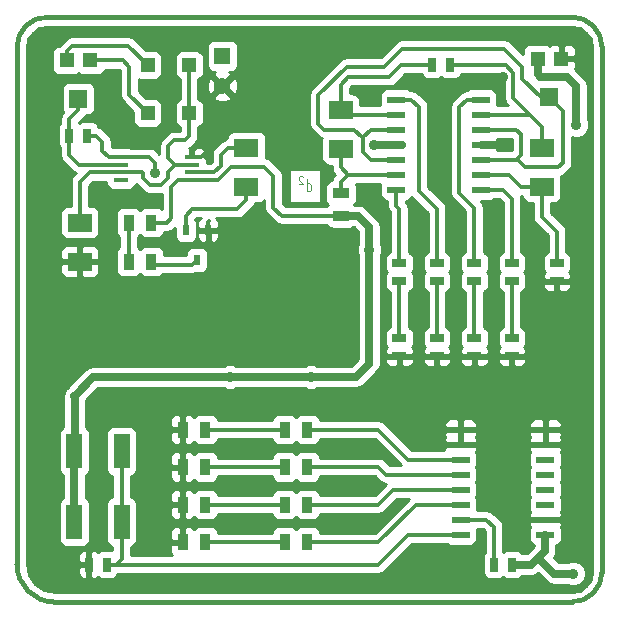
<source format=gbl>
G04 (created by PCBNEW (2013-mar-13)-testing) date Mon 19 Aug 2013 04:09:37 PM CEST*
%MOIN*%
G04 Gerber Fmt 3.4, Leading zero omitted, Abs format*
%FSLAX34Y34*%
G01*
G70*
G90*
G04 APERTURE LIST*
%ADD10C,0.000787402*%
%ADD11C,0.0049*%
%ADD12C,0.015*%
%ADD13R,0.045X0.025*%
%ADD14R,0.061X0.024*%
%ADD15R,0.064937X0.024*%
%ADD16R,0.05X0.014*%
%ADD17R,0.055X0.055*%
%ADD18C,0.055*%
%ADD19R,0.024X0.035*%
%ADD20R,0.063X0.0591*%
%ADD21R,0.0472X0.0472*%
%ADD22R,0.0551X0.1142*%
%ADD23R,0.035X0.055*%
%ADD24R,0.055X0.035*%
%ADD25R,0.08X0.06*%
%ADD26R,0.025X0.045*%
%ADD27C,0.035*%
%ADD28C,0.025*%
%ADD29C,0.012*%
%ADD30C,0.01*%
G04 APERTURE END LIST*
G54D10*
G54D11*
X58402Y-34059D02*
X58402Y-33665D01*
X58402Y-34040D02*
X58432Y-34059D01*
X58492Y-34059D01*
X58522Y-34040D01*
X58537Y-34021D01*
X58552Y-33984D01*
X58552Y-33871D01*
X58537Y-33834D01*
X58522Y-33815D01*
X58492Y-33796D01*
X58432Y-33796D01*
X58402Y-33815D01*
X58267Y-33571D02*
X58237Y-33552D01*
X58192Y-33552D01*
X58162Y-33571D01*
X58147Y-33609D01*
X58147Y-33646D01*
X58162Y-33684D01*
X58267Y-33815D01*
X58147Y-33815D01*
G54D12*
X67250Y-28250D02*
X49750Y-28250D01*
X68250Y-46750D02*
X68250Y-29250D01*
X68250Y-29250D02*
G75*
G03X67250Y-28250I-1000J0D01*
G74*
G01*
X50000Y-47750D02*
X67250Y-47750D01*
X48750Y-46500D02*
X48750Y-29250D01*
X48750Y-46500D02*
G75*
G03X50000Y-47750I1250J0D01*
G74*
G01*
X67250Y-47750D02*
G75*
G03X68250Y-46750I0J1000D01*
G74*
G01*
X49750Y-28250D02*
G75*
G03X48750Y-29250I0J-1000D01*
G74*
G01*
G54D13*
X64000Y-39550D03*
X64000Y-38950D03*
G54D14*
X61392Y-34000D03*
X61392Y-33500D03*
X61392Y-33000D03*
X61392Y-32500D03*
G54D15*
X61392Y-32000D03*
G54D14*
X61392Y-31500D03*
X61392Y-31000D03*
X64207Y-31000D03*
X64207Y-31500D03*
X64207Y-32000D03*
X64207Y-32500D03*
X64207Y-33000D03*
X64207Y-33500D03*
X64207Y-34000D03*
G54D16*
X52218Y-33684D03*
X52218Y-33428D03*
X52218Y-33172D03*
X52218Y-32916D03*
X54581Y-32916D03*
X54581Y-33172D03*
X54581Y-33428D03*
X54581Y-33684D03*
G54D14*
X63542Y-45500D03*
X66357Y-45500D03*
X63542Y-45000D03*
X66357Y-45000D03*
X63542Y-44500D03*
X66357Y-44500D03*
X63542Y-44000D03*
X66357Y-44000D03*
X63542Y-43500D03*
X66357Y-43500D03*
X63542Y-43000D03*
X66357Y-43000D03*
X63542Y-42500D03*
X66357Y-42500D03*
X63542Y-42000D03*
X66357Y-42000D03*
G54D17*
X55600Y-29550D03*
G54D18*
X55600Y-30550D03*
G54D19*
X55125Y-35350D03*
X54375Y-35350D03*
X54750Y-36350D03*
G54D20*
X50800Y-30971D03*
G54D21*
X50406Y-29691D03*
X51194Y-29691D03*
G54D20*
X66500Y-30921D03*
G54D21*
X66106Y-29641D03*
X66894Y-29641D03*
X54488Y-29850D03*
X53111Y-29850D03*
X53111Y-31450D03*
X54488Y-31450D03*
G54D22*
X50663Y-45081D03*
X52237Y-45081D03*
X50663Y-42719D03*
X52237Y-42719D03*
G54D23*
X55025Y-42000D03*
X54275Y-42000D03*
X55025Y-43250D03*
X54275Y-43250D03*
X55025Y-44500D03*
X54275Y-44500D03*
X55025Y-45750D03*
X54275Y-45750D03*
X58425Y-42000D03*
X57675Y-42000D03*
X58425Y-43250D03*
X57675Y-43250D03*
X58425Y-44500D03*
X57675Y-44500D03*
X58425Y-45750D03*
X57675Y-45750D03*
G54D24*
X59550Y-34875D03*
X59550Y-34125D03*
G54D23*
X52475Y-36400D03*
X53225Y-36400D03*
X53225Y-35100D03*
X52475Y-35100D03*
G54D25*
X66250Y-32600D03*
X66250Y-33900D03*
X59550Y-32650D03*
X59550Y-31350D03*
X56400Y-33900D03*
X56400Y-32600D03*
X50850Y-35100D03*
X50850Y-36400D03*
G54D26*
X51750Y-46500D03*
X51150Y-46500D03*
X65250Y-46500D03*
X64650Y-46500D03*
X50500Y-32200D03*
X51100Y-32200D03*
X62600Y-29850D03*
X63200Y-29850D03*
G54D13*
X66750Y-36450D03*
X66750Y-37050D03*
X65250Y-39550D03*
X65250Y-38950D03*
X62750Y-39550D03*
X62750Y-38950D03*
X61500Y-39550D03*
X61500Y-38950D03*
X65250Y-36450D03*
X65250Y-37050D03*
X64000Y-36450D03*
X64000Y-37050D03*
X62750Y-36450D03*
X62750Y-37050D03*
X61500Y-36450D03*
X61500Y-37050D03*
G54D27*
X67300Y-46800D03*
X53350Y-33450D03*
X67400Y-31850D03*
X55850Y-40250D03*
X58550Y-40250D03*
X60500Y-36000D03*
X60650Y-32500D03*
X64950Y-30250D03*
X64950Y-32500D03*
X64600Y-38050D03*
G54D28*
X67300Y-46800D02*
X66650Y-46800D01*
X66650Y-46800D02*
X66125Y-46275D01*
X65250Y-46500D02*
X65900Y-46500D01*
X65900Y-46500D02*
X66125Y-46275D01*
X66125Y-46275D02*
X66357Y-46042D01*
X66357Y-45500D02*
X66357Y-46042D01*
G54D29*
X52264Y-32916D02*
X53166Y-32916D01*
X53350Y-33100D02*
X53350Y-33450D01*
X53166Y-32916D02*
X53350Y-33100D01*
G54D28*
X67100Y-30250D02*
X67400Y-30550D01*
X66106Y-30156D02*
X66200Y-30250D01*
X66200Y-30250D02*
X67100Y-30250D01*
X66106Y-29641D02*
X66106Y-30156D01*
X67400Y-30550D02*
X67400Y-31850D01*
X50663Y-45081D02*
X50663Y-42719D01*
X50675Y-40875D02*
X50675Y-42707D01*
X50675Y-42707D02*
X50663Y-42719D01*
X53800Y-40250D02*
X51300Y-40250D01*
X60125Y-34875D02*
X59550Y-34875D01*
X60500Y-39500D02*
X60500Y-39800D01*
X58550Y-40250D02*
X55850Y-40250D01*
X55850Y-40250D02*
X55800Y-40250D01*
X60050Y-40250D02*
X58550Y-40250D01*
X60500Y-36000D02*
X60500Y-39500D01*
X60500Y-39800D02*
X60050Y-40250D01*
X55800Y-40250D02*
X54750Y-40250D01*
X60500Y-35250D02*
X60500Y-36000D01*
X60125Y-34875D02*
X60500Y-35250D01*
X54750Y-40250D02*
X53800Y-40250D01*
X51300Y-40250D02*
X50675Y-40875D01*
X50675Y-40875D02*
X50663Y-40887D01*
G54D29*
X56050Y-33250D02*
X55900Y-33250D01*
X55900Y-33250D02*
X55466Y-33684D01*
X55466Y-33684D02*
X54535Y-33684D01*
X59550Y-34875D02*
X57575Y-34875D01*
X57000Y-33250D02*
X56050Y-33250D01*
X57300Y-33550D02*
X57000Y-33250D01*
X57300Y-34600D02*
X57300Y-33550D01*
X57575Y-34875D02*
X57300Y-34600D01*
X54535Y-33684D02*
X54116Y-33684D01*
X54116Y-33684D02*
X53900Y-33900D01*
X53900Y-33900D02*
X53900Y-34950D01*
X53900Y-34950D02*
X53750Y-35100D01*
X53750Y-35100D02*
X53225Y-35100D01*
X52264Y-32916D02*
X51816Y-32916D01*
X51816Y-32916D02*
X51600Y-32700D01*
X51600Y-32700D02*
X51600Y-32400D01*
X51600Y-32400D02*
X51400Y-32200D01*
X51400Y-32200D02*
X51100Y-32200D01*
G54D28*
X61572Y-32500D02*
X60650Y-32500D01*
G54D29*
X64700Y-33000D02*
X64207Y-33000D01*
X64600Y-32000D02*
X64207Y-32000D01*
X66221Y-30921D02*
X66500Y-30921D01*
X65600Y-30300D02*
X66221Y-30921D01*
X65600Y-29900D02*
X65600Y-30300D01*
X65000Y-29300D02*
X65600Y-29900D01*
X64950Y-29300D02*
X65000Y-29300D01*
X61000Y-29900D02*
X61600Y-29300D01*
X60250Y-32250D02*
X60000Y-32000D01*
X60000Y-32000D02*
X59000Y-32000D01*
X59000Y-32000D02*
X58800Y-31800D01*
X58800Y-31800D02*
X58800Y-30850D01*
X58800Y-30850D02*
X59750Y-29900D01*
X59750Y-29900D02*
X61000Y-29900D01*
X60300Y-32250D02*
X60250Y-32250D01*
X61600Y-29300D02*
X64950Y-29300D01*
X66950Y-31550D02*
X66950Y-31371D01*
X66950Y-31371D02*
X66500Y-30921D01*
X65400Y-33000D02*
X65450Y-33000D01*
X66950Y-33100D02*
X66950Y-31750D01*
X66950Y-31750D02*
X66950Y-31550D01*
X66950Y-31550D02*
X66950Y-31521D01*
X66800Y-33250D02*
X66950Y-33100D01*
X65700Y-33250D02*
X66800Y-33250D01*
X65450Y-33000D02*
X65700Y-33250D01*
X66500Y-30821D02*
X66471Y-30821D01*
X64227Y-33000D02*
X64700Y-33000D01*
X64700Y-33000D02*
X65400Y-33000D01*
X65400Y-32000D02*
X64600Y-32000D01*
X64600Y-32000D02*
X64250Y-32000D01*
X65550Y-32150D02*
X65400Y-32000D01*
X65550Y-32600D02*
X65550Y-32150D01*
X65550Y-32850D02*
X65550Y-32600D01*
X65400Y-33000D02*
X65550Y-32850D01*
X60300Y-32750D02*
X60550Y-33000D01*
X60300Y-32250D02*
X60300Y-32750D01*
X60750Y-33000D02*
X61572Y-33000D01*
X60550Y-33000D02*
X60750Y-33000D01*
X61572Y-32000D02*
X61250Y-32000D01*
X61372Y-32000D02*
X61250Y-32000D01*
X61250Y-32000D02*
X60550Y-32000D01*
X60550Y-32000D02*
X60300Y-32250D01*
X52050Y-46500D02*
X60800Y-46500D01*
X61800Y-45500D02*
X63542Y-45500D01*
X60800Y-46500D02*
X61800Y-45500D01*
X52237Y-45081D02*
X52237Y-46313D01*
X52050Y-46500D02*
X51750Y-46500D01*
X52237Y-46313D02*
X52050Y-46500D01*
X52237Y-42719D02*
X52237Y-45081D01*
X50800Y-30971D02*
X50800Y-31350D01*
X50500Y-31650D02*
X50500Y-32200D01*
X50800Y-31350D02*
X50500Y-31650D01*
X50529Y-32171D02*
X50500Y-32200D01*
X50820Y-33170D02*
X52262Y-33170D01*
X50820Y-33170D02*
X50500Y-32850D01*
X50500Y-32200D02*
X50500Y-32850D01*
X52262Y-33170D02*
X52264Y-33172D01*
X54022Y-33172D02*
X54022Y-33178D01*
X52928Y-33428D02*
X52264Y-33428D01*
X52950Y-33450D02*
X52928Y-33428D01*
X52950Y-33600D02*
X52950Y-33450D01*
X53200Y-33850D02*
X52950Y-33600D01*
X53550Y-33850D02*
X53200Y-33850D01*
X53800Y-33600D02*
X53550Y-33850D01*
X53800Y-33400D02*
X53800Y-33600D01*
X54022Y-33178D02*
X53800Y-33400D01*
X54488Y-32211D02*
X54488Y-31450D01*
X54350Y-32350D02*
X54488Y-32211D01*
X54000Y-32350D02*
X54350Y-32350D01*
X53800Y-32550D02*
X54000Y-32350D01*
X53800Y-32950D02*
X53800Y-32550D01*
X54022Y-33172D02*
X53800Y-32950D01*
X54535Y-33172D02*
X54022Y-33172D01*
X52264Y-33428D02*
X51172Y-33428D01*
X51172Y-33428D02*
X51170Y-33430D01*
X50850Y-33750D02*
X51170Y-33430D01*
X50850Y-35100D02*
X50850Y-33750D01*
X51170Y-33430D02*
X51180Y-33430D01*
X54488Y-29850D02*
X54488Y-31450D01*
X54581Y-32916D02*
X54884Y-32916D01*
X54884Y-32916D02*
X55000Y-32800D01*
X54581Y-32916D02*
X54581Y-32718D01*
X54650Y-32650D02*
X54700Y-32650D01*
X54581Y-32718D02*
X54650Y-32650D01*
X55125Y-35350D02*
X55125Y-35075D01*
X55125Y-35075D02*
X55150Y-35050D01*
G54D28*
X64950Y-30250D02*
X64900Y-30250D01*
X64950Y-32500D02*
X64250Y-32500D01*
G54D29*
X51194Y-29691D02*
X52291Y-29691D01*
X52500Y-30838D02*
X53111Y-31450D01*
X52500Y-29900D02*
X52500Y-30838D01*
X52291Y-29691D02*
X52500Y-29900D01*
X54750Y-36350D02*
X54600Y-36500D01*
X53325Y-36500D02*
X53225Y-36400D01*
X54600Y-36500D02*
X53325Y-36500D01*
X63542Y-45000D02*
X64400Y-45000D01*
X64650Y-45250D02*
X64650Y-46500D01*
X64400Y-45000D02*
X64650Y-45250D01*
X61500Y-36450D02*
X61500Y-34650D01*
X61392Y-34542D02*
X61392Y-34000D01*
X61500Y-34650D02*
X61392Y-34542D01*
X61392Y-31000D02*
X61750Y-31000D01*
X62150Y-34050D02*
X62150Y-31250D01*
X62750Y-34650D02*
X62150Y-34050D01*
X62750Y-36450D02*
X62750Y-34650D01*
X61900Y-31000D02*
X61750Y-31000D01*
X61750Y-31000D02*
X61572Y-31000D01*
X62150Y-31250D02*
X61900Y-31000D01*
X61572Y-31500D02*
X61050Y-31500D01*
X61050Y-30250D02*
X61150Y-30250D01*
X59550Y-31370D02*
X59550Y-30500D01*
X59800Y-30250D02*
X59550Y-30500D01*
X61050Y-30250D02*
X59800Y-30250D01*
X61150Y-30250D02*
X61550Y-29850D01*
X59680Y-31500D02*
X61050Y-31500D01*
X59680Y-31500D02*
X59550Y-31370D01*
X61550Y-29850D02*
X62600Y-29850D01*
X62750Y-37050D02*
X62750Y-38950D01*
X52475Y-35100D02*
X52475Y-36400D01*
X65250Y-37050D02*
X65250Y-38950D01*
X64250Y-34000D02*
X64950Y-34000D01*
X65250Y-34300D02*
X65250Y-36100D01*
X64950Y-34000D02*
X65250Y-34300D01*
X65250Y-36120D02*
X65250Y-36100D01*
X65250Y-36100D02*
X65250Y-36450D01*
X64207Y-31000D02*
X63750Y-31000D01*
X64000Y-34600D02*
X64000Y-36450D01*
X63500Y-34100D02*
X64000Y-34600D01*
X63500Y-31250D02*
X63500Y-34100D01*
X63750Y-31000D02*
X63500Y-31250D01*
X64000Y-37050D02*
X64000Y-38950D01*
X50406Y-29691D02*
X50406Y-29394D01*
X52461Y-29200D02*
X53111Y-29850D01*
X50600Y-29200D02*
X52461Y-29200D01*
X50406Y-29394D02*
X50600Y-29200D01*
X64700Y-31500D02*
X64207Y-31500D01*
X64950Y-29850D02*
X65050Y-29850D01*
X63500Y-29850D02*
X64950Y-29850D01*
X65850Y-31500D02*
X65400Y-31050D01*
X63500Y-29850D02*
X63200Y-29850D01*
X65300Y-30950D02*
X65400Y-31050D01*
X65300Y-30100D02*
X65300Y-30950D01*
X65050Y-29850D02*
X65300Y-30100D01*
X66250Y-31900D02*
X66250Y-32600D01*
X65850Y-31500D02*
X66250Y-31900D01*
X65150Y-31500D02*
X65850Y-31500D01*
X64250Y-31500D02*
X64700Y-31500D01*
X64700Y-31500D02*
X65150Y-31500D01*
X56400Y-32600D02*
X55800Y-32600D01*
X55322Y-33428D02*
X54535Y-33428D01*
X55550Y-33200D02*
X55322Y-33428D01*
X55550Y-32850D02*
X55550Y-33200D01*
X55800Y-32600D02*
X55550Y-32850D01*
X58425Y-44500D02*
X60800Y-44500D01*
X61300Y-44000D02*
X63542Y-44000D01*
X60800Y-44500D02*
X61300Y-44000D01*
X63542Y-43000D02*
X61800Y-43000D01*
X60800Y-42000D02*
X61800Y-43000D01*
X60800Y-42000D02*
X58425Y-42000D01*
X58425Y-45750D02*
X60800Y-45750D01*
X62050Y-44500D02*
X63542Y-44500D01*
X60800Y-45750D02*
X62050Y-44500D01*
X54375Y-34875D02*
X54375Y-35350D01*
X54600Y-34650D02*
X54375Y-34875D01*
X56100Y-34650D02*
X54600Y-34650D01*
X56400Y-34350D02*
X56100Y-34650D01*
X56400Y-33900D02*
X56400Y-34350D01*
X54400Y-35325D02*
X54375Y-35350D01*
X58425Y-43250D02*
X60800Y-43250D01*
X61050Y-43500D02*
X63542Y-43500D01*
X60800Y-43250D02*
X61050Y-43500D01*
X55700Y-44500D02*
X55025Y-44500D01*
X57675Y-44500D02*
X55700Y-44500D01*
X55700Y-44500D02*
X55675Y-44500D01*
X55025Y-42000D02*
X55675Y-42000D01*
X55675Y-42000D02*
X57675Y-42000D01*
X55025Y-45750D02*
X55675Y-45750D01*
X55675Y-45750D02*
X57675Y-45750D01*
X55025Y-43250D02*
X55675Y-43250D01*
X55675Y-43250D02*
X57675Y-43250D01*
X59550Y-34125D02*
X59550Y-33750D01*
X59550Y-33750D02*
X59800Y-33500D01*
X59550Y-32650D02*
X59550Y-33250D01*
X59800Y-33500D02*
X61572Y-33500D01*
X59550Y-33250D02*
X59800Y-33500D01*
X66250Y-34900D02*
X66750Y-35400D01*
X66750Y-35400D02*
X66750Y-36450D01*
X66250Y-34900D02*
X66250Y-33900D01*
X64850Y-33500D02*
X64207Y-33500D01*
X64250Y-33500D02*
X64850Y-33500D01*
X64850Y-33500D02*
X65150Y-33500D01*
X65150Y-33500D02*
X65550Y-33900D01*
X65550Y-33900D02*
X66250Y-33900D01*
X61500Y-37050D02*
X61500Y-38950D01*
G54D10*
G36*
X65240Y-32690D02*
X64753Y-32690D01*
X64762Y-32669D01*
X64762Y-32612D01*
X64699Y-32550D01*
X64257Y-32550D01*
X64257Y-32557D01*
X64157Y-32557D01*
X64157Y-32550D01*
X64149Y-32550D01*
X64149Y-32450D01*
X64157Y-32450D01*
X64157Y-32442D01*
X64257Y-32442D01*
X64257Y-32450D01*
X64699Y-32450D01*
X64762Y-32387D01*
X64762Y-32330D01*
X64753Y-32310D01*
X65240Y-32310D01*
X65240Y-32600D01*
X65240Y-32690D01*
X65240Y-32690D01*
G37*
G54D30*
X65240Y-32690D02*
X64753Y-32690D01*
X64762Y-32669D01*
X64762Y-32612D01*
X64699Y-32550D01*
X64257Y-32550D01*
X64257Y-32557D01*
X64157Y-32557D01*
X64157Y-32550D01*
X64149Y-32550D01*
X64149Y-32450D01*
X64157Y-32450D01*
X64157Y-32442D01*
X64257Y-32442D01*
X64257Y-32450D01*
X64699Y-32450D01*
X64762Y-32387D01*
X64762Y-32330D01*
X64753Y-32310D01*
X65240Y-32310D01*
X65240Y-32600D01*
X65240Y-32690D01*
G54D10*
G36*
X67925Y-46716D02*
X67867Y-47006D01*
X67825Y-47070D01*
X67825Y-31765D01*
X67775Y-31644D01*
X67775Y-30550D01*
X67774Y-30549D01*
X67746Y-30406D01*
X67665Y-30284D01*
X67665Y-30284D01*
X67365Y-29984D01*
X67357Y-29979D01*
X67379Y-29926D01*
X67380Y-29827D01*
X67380Y-29454D01*
X67379Y-29355D01*
X67341Y-29263D01*
X67271Y-29192D01*
X67179Y-29154D01*
X67006Y-29155D01*
X66944Y-29217D01*
X66944Y-29591D01*
X67317Y-29591D01*
X67380Y-29528D01*
X67380Y-29454D01*
X67380Y-29827D01*
X67380Y-29753D01*
X67317Y-29691D01*
X66944Y-29691D01*
X66944Y-29698D01*
X66844Y-29698D01*
X66844Y-29691D01*
X66836Y-29691D01*
X66836Y-29591D01*
X66844Y-29591D01*
X66844Y-29217D01*
X66781Y-29155D01*
X66608Y-29154D01*
X66516Y-29192D01*
X66500Y-29209D01*
X66483Y-29193D01*
X66391Y-29155D01*
X66292Y-29154D01*
X65820Y-29154D01*
X65728Y-29192D01*
X65658Y-29263D01*
X65620Y-29355D01*
X65619Y-29454D01*
X65619Y-29481D01*
X65219Y-29080D01*
X65118Y-29013D01*
X65000Y-28990D01*
X64950Y-28990D01*
X61600Y-28990D01*
X61481Y-29013D01*
X61380Y-29080D01*
X60871Y-29590D01*
X59750Y-29590D01*
X59631Y-29613D01*
X59530Y-29680D01*
X58580Y-30630D01*
X58513Y-30731D01*
X58490Y-30850D01*
X58490Y-31800D01*
X58513Y-31918D01*
X58580Y-32019D01*
X58780Y-32219D01*
X58881Y-32286D01*
X58903Y-32290D01*
X58900Y-32300D01*
X58899Y-32399D01*
X58899Y-32999D01*
X58937Y-33091D01*
X59008Y-33161D01*
X59100Y-33199D01*
X59199Y-33200D01*
X59240Y-33200D01*
X59240Y-33250D01*
X59263Y-33368D01*
X59330Y-33469D01*
X59361Y-33500D01*
X59330Y-33530D01*
X59263Y-33631D01*
X59249Y-33699D01*
X59225Y-33699D01*
X59133Y-33737D01*
X59063Y-33808D01*
X59025Y-33900D01*
X59024Y-33999D01*
X59024Y-34349D01*
X59062Y-34441D01*
X59121Y-34500D01*
X59063Y-34558D01*
X59060Y-34565D01*
X58887Y-34565D01*
X58887Y-34450D01*
X58887Y-33300D01*
X57813Y-33300D01*
X57813Y-34450D01*
X58887Y-34450D01*
X58887Y-34565D01*
X57703Y-34565D01*
X57610Y-34471D01*
X57610Y-33550D01*
X57609Y-33549D01*
X57610Y-33549D01*
X57605Y-33526D01*
X57586Y-33431D01*
X57586Y-33431D01*
X57519Y-33330D01*
X57519Y-33330D01*
X57219Y-33030D01*
X57118Y-32963D01*
X57049Y-32949D01*
X57050Y-32850D01*
X57050Y-32250D01*
X57012Y-32158D01*
X56941Y-32088D01*
X56849Y-32050D01*
X56750Y-32049D01*
X56129Y-32049D01*
X56129Y-30625D01*
X56125Y-30536D01*
X56125Y-29775D01*
X56125Y-29225D01*
X56087Y-29133D01*
X56016Y-29063D01*
X55924Y-29025D01*
X55825Y-29024D01*
X55275Y-29024D01*
X55183Y-29062D01*
X55113Y-29133D01*
X55075Y-29225D01*
X55074Y-29324D01*
X55074Y-29874D01*
X55112Y-29966D01*
X55183Y-30036D01*
X55275Y-30074D01*
X55362Y-30075D01*
X55327Y-30089D01*
X55302Y-30182D01*
X55600Y-30479D01*
X55897Y-30182D01*
X55872Y-30089D01*
X55831Y-30075D01*
X55924Y-30075D01*
X56016Y-30037D01*
X56086Y-29966D01*
X56124Y-29874D01*
X56125Y-29775D01*
X56125Y-30536D01*
X56118Y-30417D01*
X56060Y-30277D01*
X55967Y-30252D01*
X55670Y-30550D01*
X55967Y-30847D01*
X56060Y-30822D01*
X56129Y-30625D01*
X56129Y-32049D01*
X55950Y-32049D01*
X55897Y-32072D01*
X55897Y-30917D01*
X55600Y-30620D01*
X55529Y-30691D01*
X55529Y-30550D01*
X55232Y-30252D01*
X55139Y-30277D01*
X55070Y-30474D01*
X55081Y-30682D01*
X55139Y-30822D01*
X55232Y-30847D01*
X55529Y-30550D01*
X55529Y-30691D01*
X55302Y-30917D01*
X55327Y-31010D01*
X55524Y-31079D01*
X55732Y-31068D01*
X55872Y-31010D01*
X55897Y-30917D01*
X55897Y-32072D01*
X55858Y-32087D01*
X55788Y-32158D01*
X55750Y-32250D01*
X55750Y-32299D01*
X55681Y-32313D01*
X55641Y-32340D01*
X55580Y-32380D01*
X55580Y-32380D01*
X55330Y-32630D01*
X55263Y-32731D01*
X55240Y-32850D01*
X55240Y-33071D01*
X55193Y-33118D01*
X55081Y-33118D01*
X55081Y-33052D01*
X55077Y-33044D01*
X55081Y-33035D01*
X55081Y-33013D01*
X55053Y-32986D01*
X55043Y-32960D01*
X54972Y-32890D01*
X54950Y-32881D01*
X55018Y-32881D01*
X55081Y-32818D01*
X55081Y-32796D01*
X55043Y-32704D01*
X54972Y-32634D01*
X54881Y-32596D01*
X54781Y-32595D01*
X54693Y-32596D01*
X54631Y-32658D01*
X54631Y-32851D01*
X54531Y-32851D01*
X54531Y-32658D01*
X54492Y-32620D01*
X54569Y-32569D01*
X54708Y-32430D01*
X54775Y-32329D01*
X54798Y-32211D01*
X54798Y-31925D01*
X54866Y-31898D01*
X54936Y-31827D01*
X54974Y-31735D01*
X54975Y-31636D01*
X54975Y-31164D01*
X54937Y-31072D01*
X54866Y-31002D01*
X54798Y-30974D01*
X54798Y-30325D01*
X54866Y-30298D01*
X54936Y-30227D01*
X54974Y-30135D01*
X54975Y-30036D01*
X54975Y-29564D01*
X54937Y-29472D01*
X54866Y-29402D01*
X54774Y-29364D01*
X54675Y-29363D01*
X54203Y-29363D01*
X54111Y-29401D01*
X54041Y-29472D01*
X54003Y-29564D01*
X54002Y-29663D01*
X54002Y-30135D01*
X54040Y-30227D01*
X54111Y-30297D01*
X54178Y-30325D01*
X54178Y-30974D01*
X54111Y-31001D01*
X54041Y-31072D01*
X54003Y-31164D01*
X54002Y-31263D01*
X54002Y-31735D01*
X54040Y-31827D01*
X54111Y-31897D01*
X54178Y-31925D01*
X54178Y-32040D01*
X54000Y-32040D01*
X53881Y-32063D01*
X53780Y-32130D01*
X53597Y-32314D01*
X53597Y-31636D01*
X53597Y-31164D01*
X53559Y-31072D01*
X53488Y-31002D01*
X53396Y-30964D01*
X53297Y-30963D01*
X53063Y-30963D01*
X52810Y-30710D01*
X52810Y-30329D01*
X52825Y-30335D01*
X52924Y-30336D01*
X53396Y-30336D01*
X53488Y-30298D01*
X53558Y-30227D01*
X53596Y-30135D01*
X53597Y-30036D01*
X53597Y-29564D01*
X53559Y-29472D01*
X53488Y-29402D01*
X53396Y-29364D01*
X53297Y-29363D01*
X53063Y-29363D01*
X52680Y-28980D01*
X52579Y-28913D01*
X52461Y-28890D01*
X50600Y-28890D01*
X50599Y-28890D01*
X50576Y-28894D01*
X50481Y-28913D01*
X50380Y-28980D01*
X50380Y-28980D01*
X50186Y-29174D01*
X50166Y-29204D01*
X50120Y-29204D01*
X50028Y-29242D01*
X49958Y-29313D01*
X49920Y-29405D01*
X49919Y-29504D01*
X49919Y-29976D01*
X49957Y-30068D01*
X50028Y-30138D01*
X50120Y-30176D01*
X50219Y-30177D01*
X50691Y-30177D01*
X50783Y-30139D01*
X50799Y-30122D01*
X50816Y-30138D01*
X50908Y-30176D01*
X51007Y-30177D01*
X51479Y-30177D01*
X51571Y-30139D01*
X51641Y-30068D01*
X51669Y-30001D01*
X52162Y-30001D01*
X52190Y-30028D01*
X52190Y-30838D01*
X52213Y-30957D01*
X52280Y-31058D01*
X52624Y-31402D01*
X52624Y-31735D01*
X52662Y-31827D01*
X52733Y-31897D01*
X52825Y-31935D01*
X52924Y-31936D01*
X53396Y-31936D01*
X53488Y-31898D01*
X53558Y-31827D01*
X53596Y-31735D01*
X53597Y-31636D01*
X53597Y-32314D01*
X53580Y-32330D01*
X53513Y-32431D01*
X53490Y-32550D01*
X53490Y-32801D01*
X53385Y-32696D01*
X53284Y-32629D01*
X53166Y-32606D01*
X52542Y-32606D01*
X52518Y-32596D01*
X52419Y-32595D01*
X51934Y-32595D01*
X51910Y-32571D01*
X51910Y-32400D01*
X51886Y-32281D01*
X51819Y-32180D01*
X51619Y-31980D01*
X51518Y-31913D01*
X51465Y-31903D01*
X51437Y-31833D01*
X51366Y-31763D01*
X51274Y-31725D01*
X51175Y-31724D01*
X50925Y-31724D01*
X50833Y-31762D01*
X50810Y-31786D01*
X50810Y-31778D01*
X51019Y-31569D01*
X51019Y-31569D01*
X51019Y-31569D01*
X51054Y-31516D01*
X51164Y-31516D01*
X51256Y-31478D01*
X51326Y-31408D01*
X51364Y-31316D01*
X51365Y-31216D01*
X51365Y-30625D01*
X51327Y-30534D01*
X51256Y-30463D01*
X51164Y-30425D01*
X51065Y-30425D01*
X50435Y-30425D01*
X50343Y-30463D01*
X50273Y-30533D01*
X50235Y-30625D01*
X50234Y-30725D01*
X50234Y-31316D01*
X50272Y-31407D01*
X50288Y-31423D01*
X50280Y-31430D01*
X50213Y-31531D01*
X50190Y-31650D01*
X50190Y-31806D01*
X50163Y-31833D01*
X50125Y-31925D01*
X50124Y-32024D01*
X50124Y-32474D01*
X50162Y-32566D01*
X50190Y-32593D01*
X50190Y-32850D01*
X50213Y-32968D01*
X50280Y-33069D01*
X50600Y-33389D01*
X50600Y-33389D01*
X50701Y-33456D01*
X50701Y-33456D01*
X50704Y-33457D01*
X50704Y-33457D01*
X50630Y-33530D01*
X50563Y-33631D01*
X50540Y-33750D01*
X50540Y-34549D01*
X50400Y-34549D01*
X50308Y-34587D01*
X50238Y-34658D01*
X50200Y-34750D01*
X50199Y-34849D01*
X50199Y-35449D01*
X50237Y-35541D01*
X50308Y-35611D01*
X50400Y-35649D01*
X50499Y-35650D01*
X51299Y-35650D01*
X51391Y-35612D01*
X51461Y-35541D01*
X51499Y-35449D01*
X51500Y-35350D01*
X51500Y-34750D01*
X51462Y-34658D01*
X51391Y-34588D01*
X51299Y-34550D01*
X51200Y-34549D01*
X51160Y-34549D01*
X51160Y-33878D01*
X51300Y-33738D01*
X51718Y-33738D01*
X51718Y-33803D01*
X51756Y-33895D01*
X51827Y-33965D01*
X51918Y-34003D01*
X52018Y-34004D01*
X52518Y-34004D01*
X52610Y-33966D01*
X52680Y-33895D01*
X52718Y-33803D01*
X52718Y-33801D01*
X52730Y-33819D01*
X52980Y-34069D01*
X52980Y-34069D01*
X53041Y-34109D01*
X53081Y-34136D01*
X53081Y-34136D01*
X53200Y-34160D01*
X53550Y-34160D01*
X53590Y-34152D01*
X53590Y-34661D01*
X53541Y-34613D01*
X53449Y-34575D01*
X53350Y-34574D01*
X53000Y-34574D01*
X52908Y-34612D01*
X52849Y-34671D01*
X52791Y-34613D01*
X52699Y-34575D01*
X52600Y-34574D01*
X52250Y-34574D01*
X52158Y-34612D01*
X52088Y-34683D01*
X52050Y-34775D01*
X52049Y-34874D01*
X52049Y-35424D01*
X52087Y-35516D01*
X52158Y-35586D01*
X52165Y-35589D01*
X52165Y-35910D01*
X52158Y-35912D01*
X52088Y-35983D01*
X52050Y-36075D01*
X52049Y-36174D01*
X52049Y-36724D01*
X52087Y-36816D01*
X52158Y-36886D01*
X52250Y-36924D01*
X52349Y-36925D01*
X52699Y-36925D01*
X52791Y-36887D01*
X52850Y-36828D01*
X52908Y-36886D01*
X53000Y-36924D01*
X53099Y-36925D01*
X53449Y-36925D01*
X53541Y-36887D01*
X53611Y-36816D01*
X53614Y-36810D01*
X54600Y-36810D01*
X54718Y-36786D01*
X54735Y-36775D01*
X54919Y-36775D01*
X55011Y-36737D01*
X55081Y-36666D01*
X55119Y-36574D01*
X55120Y-36475D01*
X55120Y-36125D01*
X55082Y-36033D01*
X55075Y-36026D01*
X55075Y-35712D01*
X55075Y-35400D01*
X54817Y-35400D01*
X54755Y-35462D01*
X54754Y-35475D01*
X54755Y-35574D01*
X54793Y-35666D01*
X54863Y-35737D01*
X54955Y-35775D01*
X55012Y-35775D01*
X55075Y-35712D01*
X55075Y-36026D01*
X55011Y-35963D01*
X54919Y-35925D01*
X54820Y-35924D01*
X54580Y-35924D01*
X54488Y-35962D01*
X54418Y-36033D01*
X54380Y-36125D01*
X54379Y-36190D01*
X53650Y-36190D01*
X53650Y-36075D01*
X53612Y-35983D01*
X53541Y-35913D01*
X53449Y-35875D01*
X53350Y-35874D01*
X53000Y-35874D01*
X52908Y-35912D01*
X52849Y-35971D01*
X52791Y-35913D01*
X52785Y-35910D01*
X52785Y-35589D01*
X52791Y-35587D01*
X52850Y-35528D01*
X52908Y-35586D01*
X53000Y-35624D01*
X53099Y-35625D01*
X53449Y-35625D01*
X53541Y-35587D01*
X53611Y-35516D01*
X53649Y-35424D01*
X53649Y-35410D01*
X53750Y-35410D01*
X53868Y-35386D01*
X53969Y-35319D01*
X54004Y-35283D01*
X54004Y-35574D01*
X54042Y-35666D01*
X54113Y-35736D01*
X54205Y-35774D01*
X54304Y-35775D01*
X54544Y-35775D01*
X54636Y-35737D01*
X54706Y-35666D01*
X54744Y-35574D01*
X54745Y-35475D01*
X54745Y-35125D01*
X54707Y-35033D01*
X54685Y-35011D01*
X54685Y-35003D01*
X54728Y-34960D01*
X54870Y-34960D01*
X54863Y-34962D01*
X54793Y-35033D01*
X54755Y-35125D01*
X54754Y-35224D01*
X54755Y-35237D01*
X54817Y-35300D01*
X55075Y-35300D01*
X55075Y-35292D01*
X55175Y-35292D01*
X55175Y-35300D01*
X55432Y-35300D01*
X55495Y-35237D01*
X55495Y-35224D01*
X55494Y-35125D01*
X55456Y-35033D01*
X55386Y-34962D01*
X55379Y-34960D01*
X56100Y-34960D01*
X56218Y-34936D01*
X56319Y-34869D01*
X56619Y-34569D01*
X56619Y-34569D01*
X56619Y-34569D01*
X56686Y-34468D01*
X56686Y-34468D01*
X56690Y-34450D01*
X56849Y-34450D01*
X56941Y-34412D01*
X56990Y-34363D01*
X56990Y-34600D01*
X57013Y-34718D01*
X57080Y-34819D01*
X57355Y-35094D01*
X57456Y-35161D01*
X57575Y-35185D01*
X59060Y-35185D01*
X59062Y-35191D01*
X59133Y-35261D01*
X59225Y-35299D01*
X59324Y-35300D01*
X59874Y-35300D01*
X59966Y-35262D01*
X59974Y-35254D01*
X60125Y-35405D01*
X60125Y-35794D01*
X60075Y-35915D01*
X60074Y-36084D01*
X60125Y-36205D01*
X60125Y-39500D01*
X60125Y-39644D01*
X59894Y-39875D01*
X58755Y-39875D01*
X58634Y-39825D01*
X58465Y-39824D01*
X58344Y-39875D01*
X56055Y-39875D01*
X55934Y-39825D01*
X55765Y-39824D01*
X55644Y-39875D01*
X55495Y-39875D01*
X55495Y-35475D01*
X55495Y-35462D01*
X55432Y-35400D01*
X55175Y-35400D01*
X55175Y-35712D01*
X55237Y-35775D01*
X55294Y-35775D01*
X55386Y-35737D01*
X55456Y-35666D01*
X55494Y-35574D01*
X55495Y-35475D01*
X55495Y-39875D01*
X54750Y-39875D01*
X53800Y-39875D01*
X51500Y-39875D01*
X51500Y-36749D01*
X51500Y-36050D01*
X51462Y-35958D01*
X51391Y-35888D01*
X51299Y-35850D01*
X51200Y-35849D01*
X50962Y-35850D01*
X50900Y-35912D01*
X50900Y-36350D01*
X51437Y-36350D01*
X51500Y-36287D01*
X51500Y-36050D01*
X51500Y-36749D01*
X51500Y-36512D01*
X51437Y-36450D01*
X50900Y-36450D01*
X50900Y-36887D01*
X50962Y-36950D01*
X51200Y-36950D01*
X51299Y-36949D01*
X51391Y-36911D01*
X51462Y-36841D01*
X51500Y-36749D01*
X51500Y-39875D01*
X51300Y-39875D01*
X51156Y-39903D01*
X51034Y-39984D01*
X50800Y-40219D01*
X50800Y-36887D01*
X50800Y-36450D01*
X50800Y-36350D01*
X50800Y-35912D01*
X50737Y-35850D01*
X50499Y-35849D01*
X50400Y-35850D01*
X50308Y-35888D01*
X50237Y-35958D01*
X50199Y-36050D01*
X50200Y-36287D01*
X50262Y-36350D01*
X50800Y-36350D01*
X50800Y-36450D01*
X50262Y-36450D01*
X50200Y-36512D01*
X50199Y-36749D01*
X50237Y-36841D01*
X50308Y-36911D01*
X50400Y-36949D01*
X50499Y-36950D01*
X50737Y-36950D01*
X50800Y-36887D01*
X50800Y-40219D01*
X50409Y-40609D01*
X50397Y-40621D01*
X50316Y-40743D01*
X50288Y-40887D01*
X50300Y-40947D01*
X50300Y-41913D01*
X50246Y-41935D01*
X50175Y-42006D01*
X50137Y-42098D01*
X50137Y-42197D01*
X50137Y-43339D01*
X50175Y-43431D01*
X50245Y-43501D01*
X50288Y-43519D01*
X50288Y-44280D01*
X50246Y-44297D01*
X50175Y-44368D01*
X50137Y-44460D01*
X50137Y-44559D01*
X50137Y-45701D01*
X50175Y-45793D01*
X50245Y-45863D01*
X50337Y-45901D01*
X50437Y-45902D01*
X50988Y-45902D01*
X51079Y-45864D01*
X51150Y-45793D01*
X51188Y-45701D01*
X51188Y-45602D01*
X51188Y-44460D01*
X51150Y-44368D01*
X51080Y-44298D01*
X51038Y-44280D01*
X51038Y-43519D01*
X51079Y-43502D01*
X51150Y-43431D01*
X51188Y-43339D01*
X51188Y-43240D01*
X51188Y-42098D01*
X51150Y-42006D01*
X51080Y-41936D01*
X51050Y-41923D01*
X51050Y-41030D01*
X51455Y-40625D01*
X53800Y-40625D01*
X54750Y-40625D01*
X55644Y-40625D01*
X55765Y-40674D01*
X55934Y-40675D01*
X56055Y-40625D01*
X58344Y-40625D01*
X58465Y-40674D01*
X58634Y-40675D01*
X58755Y-40625D01*
X60050Y-40625D01*
X60193Y-40596D01*
X60315Y-40515D01*
X60765Y-40065D01*
X60846Y-39943D01*
X60875Y-39800D01*
X60875Y-39500D01*
X60875Y-36205D01*
X60924Y-36084D01*
X60925Y-35915D01*
X60875Y-35794D01*
X60875Y-35250D01*
X60846Y-35106D01*
X60765Y-34984D01*
X60765Y-34984D01*
X60390Y-34609D01*
X60268Y-34528D01*
X60125Y-34500D01*
X59978Y-34500D01*
X59978Y-34499D01*
X60036Y-34441D01*
X60074Y-34349D01*
X60075Y-34250D01*
X60075Y-33900D01*
X60037Y-33810D01*
X60846Y-33810D01*
X60837Y-33830D01*
X60837Y-33929D01*
X60837Y-34169D01*
X60875Y-34261D01*
X60945Y-34331D01*
X61037Y-34369D01*
X61082Y-34369D01*
X61082Y-34542D01*
X61106Y-34661D01*
X61173Y-34761D01*
X61190Y-34778D01*
X61190Y-36089D01*
X61133Y-36112D01*
X61063Y-36183D01*
X61025Y-36275D01*
X61024Y-36374D01*
X61024Y-36624D01*
X61062Y-36716D01*
X61096Y-36749D01*
X61063Y-36783D01*
X61025Y-36875D01*
X61024Y-36974D01*
X61024Y-37224D01*
X61062Y-37316D01*
X61133Y-37386D01*
X61190Y-37410D01*
X61190Y-38589D01*
X61133Y-38612D01*
X61063Y-38683D01*
X61025Y-38775D01*
X61024Y-38874D01*
X61024Y-39124D01*
X61062Y-39216D01*
X61096Y-39250D01*
X61062Y-39283D01*
X61024Y-39375D01*
X61025Y-39437D01*
X61087Y-39500D01*
X61450Y-39500D01*
X61450Y-39492D01*
X61550Y-39492D01*
X61550Y-39500D01*
X61912Y-39500D01*
X61975Y-39437D01*
X61975Y-39375D01*
X61937Y-39283D01*
X61903Y-39250D01*
X61936Y-39216D01*
X61974Y-39124D01*
X61975Y-39025D01*
X61975Y-38775D01*
X61937Y-38683D01*
X61866Y-38613D01*
X61810Y-38589D01*
X61810Y-37410D01*
X61866Y-37387D01*
X61936Y-37316D01*
X61974Y-37224D01*
X61975Y-37125D01*
X61975Y-36875D01*
X61937Y-36783D01*
X61903Y-36750D01*
X61936Y-36716D01*
X61974Y-36624D01*
X61975Y-36525D01*
X61975Y-36275D01*
X61937Y-36183D01*
X61866Y-36113D01*
X61810Y-36089D01*
X61810Y-34650D01*
X61786Y-34531D01*
X61719Y-34430D01*
X61702Y-34414D01*
X61702Y-34370D01*
X61747Y-34370D01*
X61839Y-34332D01*
X61909Y-34261D01*
X61915Y-34246D01*
X61930Y-34269D01*
X62440Y-34778D01*
X62440Y-36089D01*
X62383Y-36112D01*
X62313Y-36183D01*
X62275Y-36275D01*
X62274Y-36374D01*
X62274Y-36624D01*
X62312Y-36716D01*
X62346Y-36749D01*
X62313Y-36783D01*
X62275Y-36875D01*
X62274Y-36974D01*
X62274Y-37224D01*
X62312Y-37316D01*
X62383Y-37386D01*
X62440Y-37410D01*
X62440Y-38589D01*
X62383Y-38612D01*
X62313Y-38683D01*
X62275Y-38775D01*
X62274Y-38874D01*
X62274Y-39124D01*
X62312Y-39216D01*
X62346Y-39250D01*
X62312Y-39283D01*
X62274Y-39375D01*
X62275Y-39437D01*
X62337Y-39500D01*
X62700Y-39500D01*
X62700Y-39492D01*
X62800Y-39492D01*
X62800Y-39500D01*
X63162Y-39500D01*
X63225Y-39437D01*
X63225Y-39375D01*
X63187Y-39283D01*
X63153Y-39250D01*
X63186Y-39216D01*
X63224Y-39124D01*
X63225Y-39025D01*
X63225Y-38775D01*
X63187Y-38683D01*
X63116Y-38613D01*
X63060Y-38589D01*
X63060Y-37410D01*
X63116Y-37387D01*
X63186Y-37316D01*
X63224Y-37224D01*
X63225Y-37125D01*
X63225Y-36875D01*
X63187Y-36783D01*
X63153Y-36750D01*
X63186Y-36716D01*
X63224Y-36624D01*
X63225Y-36525D01*
X63225Y-36275D01*
X63187Y-36183D01*
X63116Y-36113D01*
X63060Y-36089D01*
X63060Y-34650D01*
X63036Y-34531D01*
X62969Y-34430D01*
X62460Y-33921D01*
X62460Y-31250D01*
X62436Y-31131D01*
X62436Y-31131D01*
X62409Y-31091D01*
X62369Y-31030D01*
X62369Y-31030D01*
X62119Y-30780D01*
X62018Y-30713D01*
X61900Y-30690D01*
X61861Y-30690D01*
X61839Y-30668D01*
X61747Y-30630D01*
X61648Y-30629D01*
X61038Y-30629D01*
X60946Y-30667D01*
X60875Y-30738D01*
X60837Y-30830D01*
X60837Y-30929D01*
X60837Y-31169D01*
X60846Y-31190D01*
X60200Y-31190D01*
X60200Y-31000D01*
X60162Y-30908D01*
X60091Y-30838D01*
X59999Y-30800D01*
X59900Y-30799D01*
X59860Y-30799D01*
X59860Y-30628D01*
X59928Y-30560D01*
X61050Y-30560D01*
X61150Y-30560D01*
X61268Y-30536D01*
X61369Y-30469D01*
X61678Y-30160D01*
X62239Y-30160D01*
X62262Y-30216D01*
X62333Y-30286D01*
X62425Y-30324D01*
X62524Y-30325D01*
X62774Y-30325D01*
X62866Y-30287D01*
X62899Y-30253D01*
X62933Y-30286D01*
X63025Y-30324D01*
X63124Y-30325D01*
X63374Y-30325D01*
X63466Y-30287D01*
X63536Y-30216D01*
X63560Y-30160D01*
X64921Y-30160D01*
X64990Y-30228D01*
X64990Y-30950D01*
X65013Y-31068D01*
X65080Y-31169D01*
X65101Y-31190D01*
X64753Y-31190D01*
X64762Y-31169D01*
X64762Y-31070D01*
X64762Y-30830D01*
X64724Y-30738D01*
X64654Y-30668D01*
X64562Y-30630D01*
X64462Y-30629D01*
X63852Y-30629D01*
X63760Y-30667D01*
X63736Y-30692D01*
X63631Y-30713D01*
X63591Y-30740D01*
X63530Y-30780D01*
X63530Y-30780D01*
X63280Y-31030D01*
X63213Y-31131D01*
X63190Y-31250D01*
X63190Y-34100D01*
X63213Y-34218D01*
X63280Y-34319D01*
X63690Y-34728D01*
X63690Y-36089D01*
X63633Y-36112D01*
X63563Y-36183D01*
X63525Y-36275D01*
X63524Y-36374D01*
X63524Y-36624D01*
X63562Y-36716D01*
X63596Y-36749D01*
X63563Y-36783D01*
X63525Y-36875D01*
X63524Y-36974D01*
X63524Y-37224D01*
X63562Y-37316D01*
X63633Y-37386D01*
X63690Y-37410D01*
X63690Y-38589D01*
X63633Y-38612D01*
X63563Y-38683D01*
X63525Y-38775D01*
X63524Y-38874D01*
X63524Y-39124D01*
X63562Y-39216D01*
X63596Y-39250D01*
X63562Y-39283D01*
X63524Y-39375D01*
X63525Y-39437D01*
X63587Y-39500D01*
X63950Y-39500D01*
X63950Y-39492D01*
X64050Y-39492D01*
X64050Y-39500D01*
X64412Y-39500D01*
X64475Y-39437D01*
X64475Y-39375D01*
X64437Y-39283D01*
X64403Y-39250D01*
X64436Y-39216D01*
X64474Y-39124D01*
X64475Y-39025D01*
X64475Y-38775D01*
X64437Y-38683D01*
X64366Y-38613D01*
X64310Y-38589D01*
X64310Y-37410D01*
X64366Y-37387D01*
X64436Y-37316D01*
X64474Y-37224D01*
X64475Y-37125D01*
X64475Y-36875D01*
X64437Y-36783D01*
X64403Y-36750D01*
X64436Y-36716D01*
X64474Y-36624D01*
X64475Y-36525D01*
X64475Y-36275D01*
X64437Y-36183D01*
X64366Y-36113D01*
X64310Y-36089D01*
X64310Y-34600D01*
X64286Y-34481D01*
X64219Y-34380D01*
X64208Y-34370D01*
X64561Y-34370D01*
X64653Y-34332D01*
X64675Y-34310D01*
X64821Y-34310D01*
X64940Y-34428D01*
X64940Y-36089D01*
X64883Y-36112D01*
X64813Y-36183D01*
X64775Y-36275D01*
X64774Y-36374D01*
X64774Y-36624D01*
X64812Y-36716D01*
X64846Y-36749D01*
X64813Y-36783D01*
X64775Y-36875D01*
X64774Y-36974D01*
X64774Y-37224D01*
X64812Y-37316D01*
X64883Y-37386D01*
X64940Y-37410D01*
X64940Y-38589D01*
X64883Y-38612D01*
X64813Y-38683D01*
X64775Y-38775D01*
X64774Y-38874D01*
X64774Y-39124D01*
X64812Y-39216D01*
X64846Y-39250D01*
X64812Y-39283D01*
X64774Y-39375D01*
X64775Y-39437D01*
X64837Y-39500D01*
X65200Y-39500D01*
X65200Y-39492D01*
X65300Y-39492D01*
X65300Y-39500D01*
X65662Y-39500D01*
X65725Y-39437D01*
X65725Y-39375D01*
X65687Y-39283D01*
X65653Y-39250D01*
X65686Y-39216D01*
X65724Y-39124D01*
X65725Y-39025D01*
X65725Y-38775D01*
X65687Y-38683D01*
X65616Y-38613D01*
X65560Y-38589D01*
X65560Y-37410D01*
X65616Y-37387D01*
X65686Y-37316D01*
X65724Y-37224D01*
X65725Y-37125D01*
X65725Y-36875D01*
X65687Y-36783D01*
X65653Y-36750D01*
X65686Y-36716D01*
X65724Y-36624D01*
X65725Y-36525D01*
X65725Y-36275D01*
X65687Y-36183D01*
X65616Y-36113D01*
X65560Y-36089D01*
X65560Y-34300D01*
X65559Y-34299D01*
X65560Y-34299D01*
X65555Y-34276D01*
X65541Y-34208D01*
X65549Y-34209D01*
X65550Y-34210D01*
X65599Y-34210D01*
X65599Y-34249D01*
X65637Y-34341D01*
X65708Y-34411D01*
X65800Y-34449D01*
X65899Y-34450D01*
X65940Y-34450D01*
X65940Y-34900D01*
X65963Y-35018D01*
X66030Y-35119D01*
X66440Y-35528D01*
X66440Y-36089D01*
X66383Y-36112D01*
X66313Y-36183D01*
X66275Y-36275D01*
X66274Y-36374D01*
X66274Y-36624D01*
X66312Y-36716D01*
X66346Y-36750D01*
X66312Y-36783D01*
X66274Y-36875D01*
X66275Y-36937D01*
X66337Y-37000D01*
X66700Y-37000D01*
X66700Y-36992D01*
X66800Y-36992D01*
X66800Y-37000D01*
X67162Y-37000D01*
X67225Y-36937D01*
X67225Y-36875D01*
X67187Y-36783D01*
X67153Y-36750D01*
X67186Y-36716D01*
X67224Y-36624D01*
X67225Y-36525D01*
X67225Y-36275D01*
X67187Y-36183D01*
X67116Y-36113D01*
X67060Y-36089D01*
X67060Y-35400D01*
X67036Y-35281D01*
X66969Y-35180D01*
X66560Y-34771D01*
X66560Y-34450D01*
X66699Y-34450D01*
X66791Y-34412D01*
X66861Y-34341D01*
X66899Y-34249D01*
X66900Y-34150D01*
X66900Y-33550D01*
X66896Y-33540D01*
X66918Y-33536D01*
X67019Y-33469D01*
X67169Y-33319D01*
X67236Y-33218D01*
X67260Y-33100D01*
X67260Y-32252D01*
X67315Y-32274D01*
X67484Y-32275D01*
X67640Y-32210D01*
X67760Y-32091D01*
X67824Y-31934D01*
X67825Y-31765D01*
X67825Y-47070D01*
X67725Y-47219D01*
X67725Y-46715D01*
X67660Y-46559D01*
X67541Y-46439D01*
X67384Y-46375D01*
X67225Y-46374D01*
X67225Y-37224D01*
X67225Y-37162D01*
X67162Y-37100D01*
X66800Y-37100D01*
X66800Y-37362D01*
X66862Y-37425D01*
X66925Y-37425D01*
X67024Y-37424D01*
X67116Y-37386D01*
X67187Y-37316D01*
X67225Y-37224D01*
X67225Y-46374D01*
X67215Y-46374D01*
X67094Y-46425D01*
X66805Y-46425D01*
X66648Y-46268D01*
X66655Y-46259D01*
X66703Y-46186D01*
X66703Y-46186D01*
X66732Y-46042D01*
X66732Y-46042D01*
X66732Y-45861D01*
X66803Y-45832D01*
X66874Y-45761D01*
X66912Y-45669D01*
X66912Y-45570D01*
X66912Y-45330D01*
X66879Y-45250D01*
X66912Y-45169D01*
X66912Y-44830D01*
X66879Y-44749D01*
X66912Y-44669D01*
X66912Y-44570D01*
X66912Y-44330D01*
X66879Y-44249D01*
X66912Y-44169D01*
X66912Y-44070D01*
X66912Y-43830D01*
X66879Y-43749D01*
X66912Y-43669D01*
X66912Y-43570D01*
X66912Y-43330D01*
X66879Y-43249D01*
X66912Y-43169D01*
X66912Y-43070D01*
X66912Y-42830D01*
X66879Y-42750D01*
X66912Y-42669D01*
X66912Y-42330D01*
X66879Y-42250D01*
X66912Y-42169D01*
X66912Y-41830D01*
X66874Y-41738D01*
X66804Y-41668D01*
X66712Y-41630D01*
X66700Y-41630D01*
X66700Y-37362D01*
X66700Y-37100D01*
X66337Y-37100D01*
X66275Y-37162D01*
X66274Y-37224D01*
X66312Y-37316D01*
X66383Y-37386D01*
X66475Y-37424D01*
X66574Y-37425D01*
X66637Y-37425D01*
X66700Y-37362D01*
X66700Y-41630D01*
X66612Y-41629D01*
X66469Y-41630D01*
X66407Y-41692D01*
X66407Y-41950D01*
X66849Y-41950D01*
X66912Y-41887D01*
X66912Y-41830D01*
X66912Y-42169D01*
X66912Y-42112D01*
X66849Y-42050D01*
X66407Y-42050D01*
X66407Y-42192D01*
X66407Y-42307D01*
X66407Y-42450D01*
X66849Y-42450D01*
X66912Y-42387D01*
X66912Y-42330D01*
X66912Y-42669D01*
X66912Y-42612D01*
X66849Y-42550D01*
X66407Y-42550D01*
X66407Y-42557D01*
X66307Y-42557D01*
X66307Y-42550D01*
X66307Y-42450D01*
X66307Y-42307D01*
X66307Y-42192D01*
X66307Y-42050D01*
X66307Y-41950D01*
X66307Y-41692D01*
X66244Y-41630D01*
X66101Y-41629D01*
X66002Y-41630D01*
X65910Y-41668D01*
X65840Y-41738D01*
X65802Y-41830D01*
X65802Y-41887D01*
X65864Y-41950D01*
X66307Y-41950D01*
X66307Y-42050D01*
X65864Y-42050D01*
X65802Y-42112D01*
X65802Y-42169D01*
X65835Y-42250D01*
X65802Y-42330D01*
X65802Y-42387D01*
X65864Y-42450D01*
X66307Y-42450D01*
X66307Y-42550D01*
X65864Y-42550D01*
X65802Y-42612D01*
X65802Y-42669D01*
X65835Y-42750D01*
X65802Y-42830D01*
X65802Y-42929D01*
X65802Y-43169D01*
X65835Y-43250D01*
X65802Y-43330D01*
X65802Y-43429D01*
X65802Y-43669D01*
X65835Y-43750D01*
X65802Y-43830D01*
X65802Y-43929D01*
X65802Y-44169D01*
X65835Y-44250D01*
X65802Y-44330D01*
X65802Y-44429D01*
X65802Y-44669D01*
X65835Y-44750D01*
X65802Y-44830D01*
X65802Y-44887D01*
X65864Y-44950D01*
X66307Y-44950D01*
X66307Y-44942D01*
X66407Y-44942D01*
X66407Y-44950D01*
X66849Y-44950D01*
X66912Y-44887D01*
X66912Y-44830D01*
X66912Y-45169D01*
X66912Y-45112D01*
X66849Y-45050D01*
X66407Y-45050D01*
X66407Y-45057D01*
X66307Y-45057D01*
X66307Y-45050D01*
X65864Y-45050D01*
X65802Y-45112D01*
X65802Y-45169D01*
X65835Y-45250D01*
X65802Y-45330D01*
X65802Y-45429D01*
X65802Y-45669D01*
X65840Y-45761D01*
X65910Y-45831D01*
X65982Y-45861D01*
X65982Y-45887D01*
X65859Y-46009D01*
X65744Y-46125D01*
X65725Y-46125D01*
X65725Y-39724D01*
X65725Y-39662D01*
X65662Y-39600D01*
X65300Y-39600D01*
X65300Y-39862D01*
X65362Y-39925D01*
X65425Y-39925D01*
X65524Y-39924D01*
X65616Y-39886D01*
X65687Y-39816D01*
X65725Y-39724D01*
X65725Y-46125D01*
X65578Y-46125D01*
X65516Y-46063D01*
X65424Y-46025D01*
X65325Y-46024D01*
X65200Y-46024D01*
X65200Y-39862D01*
X65200Y-39600D01*
X64837Y-39600D01*
X64775Y-39662D01*
X64774Y-39724D01*
X64812Y-39816D01*
X64883Y-39886D01*
X64975Y-39924D01*
X65074Y-39925D01*
X65137Y-39925D01*
X65200Y-39862D01*
X65200Y-46024D01*
X65075Y-46024D01*
X64983Y-46062D01*
X64960Y-46086D01*
X64960Y-45250D01*
X64936Y-45131D01*
X64936Y-45131D01*
X64909Y-45091D01*
X64869Y-45030D01*
X64869Y-45030D01*
X64619Y-44780D01*
X64518Y-44713D01*
X64475Y-44704D01*
X64475Y-39724D01*
X64475Y-39662D01*
X64412Y-39600D01*
X64050Y-39600D01*
X64050Y-39862D01*
X64112Y-39925D01*
X64175Y-39925D01*
X64274Y-39924D01*
X64366Y-39886D01*
X64437Y-39816D01*
X64475Y-39724D01*
X64475Y-44704D01*
X64400Y-44690D01*
X64089Y-44690D01*
X64097Y-44669D01*
X64097Y-44570D01*
X64097Y-44330D01*
X64064Y-44249D01*
X64097Y-44169D01*
X64097Y-44070D01*
X64097Y-43830D01*
X64064Y-43749D01*
X64097Y-43669D01*
X64097Y-43570D01*
X64097Y-43330D01*
X64064Y-43249D01*
X64097Y-43169D01*
X64097Y-43070D01*
X64097Y-42830D01*
X64064Y-42750D01*
X64097Y-42669D01*
X64097Y-42330D01*
X64064Y-42250D01*
X64097Y-42169D01*
X64097Y-41830D01*
X64059Y-41738D01*
X63989Y-41668D01*
X63950Y-41651D01*
X63950Y-39862D01*
X63950Y-39600D01*
X63587Y-39600D01*
X63525Y-39662D01*
X63524Y-39724D01*
X63562Y-39816D01*
X63633Y-39886D01*
X63725Y-39924D01*
X63824Y-39925D01*
X63887Y-39925D01*
X63950Y-39862D01*
X63950Y-41651D01*
X63897Y-41630D01*
X63798Y-41629D01*
X63655Y-41630D01*
X63592Y-41692D01*
X63592Y-41950D01*
X64035Y-41950D01*
X64097Y-41887D01*
X64097Y-41830D01*
X64097Y-42169D01*
X64097Y-42112D01*
X64035Y-42050D01*
X63592Y-42050D01*
X63592Y-42192D01*
X63592Y-42307D01*
X63592Y-42450D01*
X64035Y-42450D01*
X64097Y-42387D01*
X64097Y-42330D01*
X64097Y-42669D01*
X64097Y-42612D01*
X64035Y-42550D01*
X63592Y-42550D01*
X63592Y-42557D01*
X63492Y-42557D01*
X63492Y-42550D01*
X63492Y-42450D01*
X63492Y-42307D01*
X63492Y-42192D01*
X63492Y-42050D01*
X63492Y-41950D01*
X63492Y-41692D01*
X63430Y-41630D01*
X63287Y-41629D01*
X63225Y-41630D01*
X63225Y-39724D01*
X63225Y-39662D01*
X63162Y-39600D01*
X62800Y-39600D01*
X62800Y-39862D01*
X62862Y-39925D01*
X62925Y-39925D01*
X63024Y-39924D01*
X63116Y-39886D01*
X63187Y-39816D01*
X63225Y-39724D01*
X63225Y-41630D01*
X63187Y-41630D01*
X63095Y-41668D01*
X63025Y-41738D01*
X62987Y-41830D01*
X62987Y-41887D01*
X63050Y-41950D01*
X63492Y-41950D01*
X63492Y-42050D01*
X63050Y-42050D01*
X62987Y-42112D01*
X62987Y-42169D01*
X63020Y-42250D01*
X62987Y-42330D01*
X62987Y-42387D01*
X63050Y-42450D01*
X63492Y-42450D01*
X63492Y-42550D01*
X63050Y-42550D01*
X62987Y-42612D01*
X62987Y-42669D01*
X62996Y-42690D01*
X62700Y-42690D01*
X62700Y-39862D01*
X62700Y-39600D01*
X62337Y-39600D01*
X62275Y-39662D01*
X62274Y-39724D01*
X62312Y-39816D01*
X62383Y-39886D01*
X62475Y-39924D01*
X62574Y-39925D01*
X62637Y-39925D01*
X62700Y-39862D01*
X62700Y-42690D01*
X61975Y-42690D01*
X61975Y-39724D01*
X61975Y-39662D01*
X61912Y-39600D01*
X61550Y-39600D01*
X61550Y-39862D01*
X61612Y-39925D01*
X61675Y-39925D01*
X61774Y-39924D01*
X61866Y-39886D01*
X61937Y-39816D01*
X61975Y-39724D01*
X61975Y-42690D01*
X61928Y-42690D01*
X61450Y-42211D01*
X61450Y-39862D01*
X61450Y-39600D01*
X61087Y-39600D01*
X61025Y-39662D01*
X61024Y-39724D01*
X61062Y-39816D01*
X61133Y-39886D01*
X61225Y-39924D01*
X61324Y-39925D01*
X61387Y-39925D01*
X61450Y-39862D01*
X61450Y-42211D01*
X61019Y-41780D01*
X60918Y-41713D01*
X60800Y-41690D01*
X58850Y-41690D01*
X58850Y-41675D01*
X58812Y-41583D01*
X58741Y-41513D01*
X58649Y-41475D01*
X58550Y-41474D01*
X58200Y-41474D01*
X58108Y-41512D01*
X58049Y-41571D01*
X57991Y-41513D01*
X57899Y-41475D01*
X57800Y-41474D01*
X57450Y-41474D01*
X57358Y-41512D01*
X57288Y-41583D01*
X57250Y-41675D01*
X57250Y-41690D01*
X55675Y-41690D01*
X55450Y-41690D01*
X55450Y-41675D01*
X55412Y-41583D01*
X55341Y-41513D01*
X55249Y-41475D01*
X55150Y-41474D01*
X54800Y-41474D01*
X54708Y-41512D01*
X54650Y-41571D01*
X54591Y-41512D01*
X54499Y-41474D01*
X54387Y-41475D01*
X54325Y-41537D01*
X54325Y-41950D01*
X54332Y-41950D01*
X54332Y-42050D01*
X54325Y-42050D01*
X54325Y-42462D01*
X54387Y-42525D01*
X54499Y-42525D01*
X54591Y-42487D01*
X54650Y-42428D01*
X54708Y-42486D01*
X54800Y-42524D01*
X54899Y-42525D01*
X55249Y-42525D01*
X55341Y-42487D01*
X55411Y-42416D01*
X55449Y-42324D01*
X55449Y-42310D01*
X55675Y-42310D01*
X57249Y-42310D01*
X57249Y-42324D01*
X57287Y-42416D01*
X57358Y-42486D01*
X57450Y-42524D01*
X57549Y-42525D01*
X57899Y-42525D01*
X57991Y-42487D01*
X58050Y-42428D01*
X58108Y-42486D01*
X58200Y-42524D01*
X58299Y-42525D01*
X58649Y-42525D01*
X58741Y-42487D01*
X58811Y-42416D01*
X58849Y-42324D01*
X58849Y-42310D01*
X60671Y-42310D01*
X61551Y-43190D01*
X61178Y-43190D01*
X61019Y-43030D01*
X60918Y-42963D01*
X60800Y-42940D01*
X58850Y-42940D01*
X58850Y-42925D01*
X58812Y-42833D01*
X58741Y-42763D01*
X58649Y-42725D01*
X58550Y-42724D01*
X58200Y-42724D01*
X58108Y-42762D01*
X58049Y-42821D01*
X57991Y-42763D01*
X57899Y-42725D01*
X57800Y-42724D01*
X57450Y-42724D01*
X57358Y-42762D01*
X57288Y-42833D01*
X57250Y-42925D01*
X57250Y-42940D01*
X55675Y-42940D01*
X55450Y-42940D01*
X55450Y-42925D01*
X55412Y-42833D01*
X55341Y-42763D01*
X55249Y-42725D01*
X55150Y-42724D01*
X54800Y-42724D01*
X54708Y-42762D01*
X54650Y-42821D01*
X54591Y-42762D01*
X54499Y-42724D01*
X54387Y-42725D01*
X54325Y-42787D01*
X54325Y-43200D01*
X54332Y-43200D01*
X54332Y-43300D01*
X54325Y-43300D01*
X54325Y-43712D01*
X54387Y-43775D01*
X54499Y-43775D01*
X54591Y-43737D01*
X54650Y-43678D01*
X54708Y-43736D01*
X54800Y-43774D01*
X54899Y-43775D01*
X55249Y-43775D01*
X55341Y-43737D01*
X55411Y-43666D01*
X55449Y-43574D01*
X55449Y-43560D01*
X55675Y-43560D01*
X57249Y-43560D01*
X57249Y-43574D01*
X57287Y-43666D01*
X57358Y-43736D01*
X57450Y-43774D01*
X57549Y-43775D01*
X57899Y-43775D01*
X57991Y-43737D01*
X58050Y-43678D01*
X58108Y-43736D01*
X58200Y-43774D01*
X58299Y-43775D01*
X58649Y-43775D01*
X58741Y-43737D01*
X58811Y-43666D01*
X58849Y-43574D01*
X58849Y-43560D01*
X60671Y-43560D01*
X60830Y-43719D01*
X60830Y-43719D01*
X60891Y-43759D01*
X60931Y-43786D01*
X60931Y-43786D01*
X61050Y-43810D01*
X61051Y-43810D01*
X60671Y-44190D01*
X58850Y-44190D01*
X58850Y-44175D01*
X58812Y-44083D01*
X58741Y-44013D01*
X58649Y-43975D01*
X58550Y-43974D01*
X58200Y-43974D01*
X58108Y-44012D01*
X58049Y-44071D01*
X57991Y-44013D01*
X57899Y-43975D01*
X57800Y-43974D01*
X57450Y-43974D01*
X57358Y-44012D01*
X57288Y-44083D01*
X57250Y-44175D01*
X57250Y-44190D01*
X55700Y-44190D01*
X55675Y-44190D01*
X55450Y-44190D01*
X55450Y-44175D01*
X55412Y-44083D01*
X55341Y-44013D01*
X55249Y-43975D01*
X55150Y-43974D01*
X54800Y-43974D01*
X54708Y-44012D01*
X54650Y-44071D01*
X54591Y-44012D01*
X54499Y-43974D01*
X54387Y-43975D01*
X54325Y-44037D01*
X54325Y-44450D01*
X54332Y-44450D01*
X54332Y-44550D01*
X54325Y-44550D01*
X54325Y-44962D01*
X54387Y-45025D01*
X54499Y-45025D01*
X54591Y-44987D01*
X54650Y-44928D01*
X54708Y-44986D01*
X54800Y-45024D01*
X54899Y-45025D01*
X55249Y-45025D01*
X55341Y-44987D01*
X55411Y-44916D01*
X55449Y-44824D01*
X55449Y-44810D01*
X55675Y-44810D01*
X55700Y-44810D01*
X57249Y-44810D01*
X57249Y-44824D01*
X57287Y-44916D01*
X57358Y-44986D01*
X57450Y-45024D01*
X57549Y-45025D01*
X57899Y-45025D01*
X57991Y-44987D01*
X58050Y-44928D01*
X58108Y-44986D01*
X58200Y-45024D01*
X58299Y-45025D01*
X58649Y-45025D01*
X58741Y-44987D01*
X58811Y-44916D01*
X58849Y-44824D01*
X58849Y-44810D01*
X60800Y-44810D01*
X60918Y-44786D01*
X61019Y-44719D01*
X61428Y-44310D01*
X61801Y-44310D01*
X60671Y-45440D01*
X58850Y-45440D01*
X58850Y-45425D01*
X58812Y-45333D01*
X58741Y-45263D01*
X58649Y-45225D01*
X58550Y-45224D01*
X58200Y-45224D01*
X58108Y-45262D01*
X58049Y-45321D01*
X57991Y-45263D01*
X57899Y-45225D01*
X57800Y-45224D01*
X57450Y-45224D01*
X57358Y-45262D01*
X57288Y-45333D01*
X57250Y-45425D01*
X57250Y-45440D01*
X55675Y-45440D01*
X55450Y-45440D01*
X55450Y-45425D01*
X55412Y-45333D01*
X55341Y-45263D01*
X55249Y-45225D01*
X55150Y-45224D01*
X54800Y-45224D01*
X54708Y-45262D01*
X54650Y-45321D01*
X54591Y-45262D01*
X54499Y-45224D01*
X54387Y-45225D01*
X54325Y-45287D01*
X54325Y-45700D01*
X54332Y-45700D01*
X54332Y-45800D01*
X54325Y-45800D01*
X54325Y-45807D01*
X54225Y-45807D01*
X54225Y-45800D01*
X54225Y-45700D01*
X54225Y-45287D01*
X54225Y-44962D01*
X54225Y-44550D01*
X54225Y-44450D01*
X54225Y-44037D01*
X54225Y-43712D01*
X54225Y-43300D01*
X54225Y-43200D01*
X54225Y-42787D01*
X54225Y-42462D01*
X54225Y-42050D01*
X54225Y-41950D01*
X54225Y-41537D01*
X54162Y-41475D01*
X54050Y-41474D01*
X53958Y-41512D01*
X53888Y-41583D01*
X53850Y-41675D01*
X53849Y-41774D01*
X53850Y-41887D01*
X53912Y-41950D01*
X54225Y-41950D01*
X54225Y-42050D01*
X53912Y-42050D01*
X53850Y-42112D01*
X53849Y-42225D01*
X53850Y-42324D01*
X53888Y-42416D01*
X53958Y-42487D01*
X54050Y-42525D01*
X54162Y-42525D01*
X54225Y-42462D01*
X54225Y-42787D01*
X54162Y-42725D01*
X54050Y-42724D01*
X53958Y-42762D01*
X53888Y-42833D01*
X53850Y-42925D01*
X53849Y-43024D01*
X53850Y-43137D01*
X53912Y-43200D01*
X54225Y-43200D01*
X54225Y-43300D01*
X53912Y-43300D01*
X53850Y-43362D01*
X53849Y-43475D01*
X53850Y-43574D01*
X53888Y-43666D01*
X53958Y-43737D01*
X54050Y-43775D01*
X54162Y-43775D01*
X54225Y-43712D01*
X54225Y-44037D01*
X54162Y-43975D01*
X54050Y-43974D01*
X53958Y-44012D01*
X53888Y-44083D01*
X53850Y-44175D01*
X53849Y-44274D01*
X53850Y-44387D01*
X53912Y-44450D01*
X54225Y-44450D01*
X54225Y-44550D01*
X53912Y-44550D01*
X53850Y-44612D01*
X53849Y-44725D01*
X53850Y-44824D01*
X53888Y-44916D01*
X53958Y-44987D01*
X54050Y-45025D01*
X54162Y-45025D01*
X54225Y-44962D01*
X54225Y-45287D01*
X54162Y-45225D01*
X54050Y-45224D01*
X53958Y-45262D01*
X53888Y-45333D01*
X53850Y-45425D01*
X53849Y-45524D01*
X53850Y-45637D01*
X53912Y-45700D01*
X54225Y-45700D01*
X54225Y-45800D01*
X53912Y-45800D01*
X53850Y-45862D01*
X53849Y-45975D01*
X53850Y-46074D01*
X53888Y-46166D01*
X53911Y-46190D01*
X52547Y-46190D01*
X52547Y-45902D01*
X52562Y-45902D01*
X52653Y-45864D01*
X52724Y-45793D01*
X52762Y-45701D01*
X52762Y-45602D01*
X52762Y-44460D01*
X52724Y-44368D01*
X52654Y-44298D01*
X52562Y-44260D01*
X52547Y-44260D01*
X52547Y-43540D01*
X52562Y-43540D01*
X52653Y-43502D01*
X52724Y-43431D01*
X52762Y-43339D01*
X52762Y-43240D01*
X52762Y-42098D01*
X52724Y-42006D01*
X52654Y-41936D01*
X52562Y-41898D01*
X52462Y-41897D01*
X51911Y-41897D01*
X51820Y-41935D01*
X51749Y-42006D01*
X51711Y-42098D01*
X51711Y-42197D01*
X51711Y-43339D01*
X51749Y-43431D01*
X51819Y-43501D01*
X51911Y-43539D01*
X51927Y-43539D01*
X51927Y-44259D01*
X51911Y-44259D01*
X51820Y-44297D01*
X51749Y-44368D01*
X51711Y-44460D01*
X51711Y-44559D01*
X51711Y-45701D01*
X51749Y-45793D01*
X51819Y-45863D01*
X51911Y-45901D01*
X51927Y-45901D01*
X51927Y-46025D01*
X51924Y-46025D01*
X51825Y-46024D01*
X51575Y-46024D01*
X51483Y-46062D01*
X51450Y-46096D01*
X51416Y-46062D01*
X51324Y-46024D01*
X51262Y-46025D01*
X51200Y-46087D01*
X51200Y-46450D01*
X51207Y-46450D01*
X51207Y-46550D01*
X51200Y-46550D01*
X51200Y-46912D01*
X51262Y-46975D01*
X51324Y-46975D01*
X51416Y-46937D01*
X51449Y-46903D01*
X51483Y-46936D01*
X51575Y-46974D01*
X51674Y-46975D01*
X51924Y-46975D01*
X52016Y-46937D01*
X52086Y-46866D01*
X52110Y-46810D01*
X60800Y-46810D01*
X60918Y-46786D01*
X61019Y-46719D01*
X61928Y-45810D01*
X63074Y-45810D01*
X63095Y-45831D01*
X63187Y-45869D01*
X63287Y-45870D01*
X63897Y-45870D01*
X63989Y-45832D01*
X64059Y-45761D01*
X64097Y-45669D01*
X64097Y-45570D01*
X64097Y-45330D01*
X64089Y-45310D01*
X64271Y-45310D01*
X64340Y-45378D01*
X64340Y-46106D01*
X64313Y-46133D01*
X64275Y-46225D01*
X64274Y-46324D01*
X64274Y-46774D01*
X64312Y-46866D01*
X64383Y-46936D01*
X64475Y-46974D01*
X64574Y-46975D01*
X64824Y-46975D01*
X64916Y-46937D01*
X64949Y-46903D01*
X64983Y-46936D01*
X65075Y-46974D01*
X65174Y-46975D01*
X65424Y-46975D01*
X65516Y-46937D01*
X65578Y-46875D01*
X65900Y-46875D01*
X66043Y-46846D01*
X66117Y-46797D01*
X66384Y-47065D01*
X66384Y-47065D01*
X66506Y-47146D01*
X66649Y-47174D01*
X66650Y-47175D01*
X67094Y-47175D01*
X67215Y-47224D01*
X67384Y-47225D01*
X67540Y-47160D01*
X67660Y-47041D01*
X67724Y-46884D01*
X67725Y-46715D01*
X67725Y-47219D01*
X67723Y-47222D01*
X67505Y-47368D01*
X67218Y-47425D01*
X51100Y-47425D01*
X51100Y-46912D01*
X51100Y-46550D01*
X51100Y-46450D01*
X51100Y-46087D01*
X51037Y-46025D01*
X50975Y-46024D01*
X50883Y-46062D01*
X50813Y-46133D01*
X50775Y-46225D01*
X50774Y-46324D01*
X50775Y-46387D01*
X50837Y-46450D01*
X51100Y-46450D01*
X51100Y-46550D01*
X50837Y-46550D01*
X50775Y-46612D01*
X50774Y-46675D01*
X50775Y-46774D01*
X50813Y-46866D01*
X50883Y-46937D01*
X50975Y-46975D01*
X51037Y-46975D01*
X51100Y-46912D01*
X51100Y-47425D01*
X50034Y-47425D01*
X49647Y-47348D01*
X49351Y-47150D01*
X49150Y-46850D01*
X49075Y-46468D01*
X49075Y-29281D01*
X49131Y-28994D01*
X49277Y-28776D01*
X49493Y-28632D01*
X49783Y-28575D01*
X67218Y-28575D01*
X67505Y-28631D01*
X67723Y-28777D01*
X67867Y-28993D01*
X67925Y-29283D01*
X67925Y-46716D01*
X67925Y-46716D01*
G37*
G54D30*
X67925Y-46716D02*
X67867Y-47006D01*
X67825Y-47070D01*
X67825Y-31765D01*
X67775Y-31644D01*
X67775Y-30550D01*
X67774Y-30549D01*
X67746Y-30406D01*
X67665Y-30284D01*
X67665Y-30284D01*
X67365Y-29984D01*
X67357Y-29979D01*
X67379Y-29926D01*
X67380Y-29827D01*
X67380Y-29454D01*
X67379Y-29355D01*
X67341Y-29263D01*
X67271Y-29192D01*
X67179Y-29154D01*
X67006Y-29155D01*
X66944Y-29217D01*
X66944Y-29591D01*
X67317Y-29591D01*
X67380Y-29528D01*
X67380Y-29454D01*
X67380Y-29827D01*
X67380Y-29753D01*
X67317Y-29691D01*
X66944Y-29691D01*
X66944Y-29698D01*
X66844Y-29698D01*
X66844Y-29691D01*
X66836Y-29691D01*
X66836Y-29591D01*
X66844Y-29591D01*
X66844Y-29217D01*
X66781Y-29155D01*
X66608Y-29154D01*
X66516Y-29192D01*
X66500Y-29209D01*
X66483Y-29193D01*
X66391Y-29155D01*
X66292Y-29154D01*
X65820Y-29154D01*
X65728Y-29192D01*
X65658Y-29263D01*
X65620Y-29355D01*
X65619Y-29454D01*
X65619Y-29481D01*
X65219Y-29080D01*
X65118Y-29013D01*
X65000Y-28990D01*
X64950Y-28990D01*
X61600Y-28990D01*
X61481Y-29013D01*
X61380Y-29080D01*
X60871Y-29590D01*
X59750Y-29590D01*
X59631Y-29613D01*
X59530Y-29680D01*
X58580Y-30630D01*
X58513Y-30731D01*
X58490Y-30850D01*
X58490Y-31800D01*
X58513Y-31918D01*
X58580Y-32019D01*
X58780Y-32219D01*
X58881Y-32286D01*
X58903Y-32290D01*
X58900Y-32300D01*
X58899Y-32399D01*
X58899Y-32999D01*
X58937Y-33091D01*
X59008Y-33161D01*
X59100Y-33199D01*
X59199Y-33200D01*
X59240Y-33200D01*
X59240Y-33250D01*
X59263Y-33368D01*
X59330Y-33469D01*
X59361Y-33500D01*
X59330Y-33530D01*
X59263Y-33631D01*
X59249Y-33699D01*
X59225Y-33699D01*
X59133Y-33737D01*
X59063Y-33808D01*
X59025Y-33900D01*
X59024Y-33999D01*
X59024Y-34349D01*
X59062Y-34441D01*
X59121Y-34500D01*
X59063Y-34558D01*
X59060Y-34565D01*
X58887Y-34565D01*
X58887Y-34450D01*
X58887Y-33300D01*
X57813Y-33300D01*
X57813Y-34450D01*
X58887Y-34450D01*
X58887Y-34565D01*
X57703Y-34565D01*
X57610Y-34471D01*
X57610Y-33550D01*
X57609Y-33549D01*
X57610Y-33549D01*
X57605Y-33526D01*
X57586Y-33431D01*
X57586Y-33431D01*
X57519Y-33330D01*
X57519Y-33330D01*
X57219Y-33030D01*
X57118Y-32963D01*
X57049Y-32949D01*
X57050Y-32850D01*
X57050Y-32250D01*
X57012Y-32158D01*
X56941Y-32088D01*
X56849Y-32050D01*
X56750Y-32049D01*
X56129Y-32049D01*
X56129Y-30625D01*
X56125Y-30536D01*
X56125Y-29775D01*
X56125Y-29225D01*
X56087Y-29133D01*
X56016Y-29063D01*
X55924Y-29025D01*
X55825Y-29024D01*
X55275Y-29024D01*
X55183Y-29062D01*
X55113Y-29133D01*
X55075Y-29225D01*
X55074Y-29324D01*
X55074Y-29874D01*
X55112Y-29966D01*
X55183Y-30036D01*
X55275Y-30074D01*
X55362Y-30075D01*
X55327Y-30089D01*
X55302Y-30182D01*
X55600Y-30479D01*
X55897Y-30182D01*
X55872Y-30089D01*
X55831Y-30075D01*
X55924Y-30075D01*
X56016Y-30037D01*
X56086Y-29966D01*
X56124Y-29874D01*
X56125Y-29775D01*
X56125Y-30536D01*
X56118Y-30417D01*
X56060Y-30277D01*
X55967Y-30252D01*
X55670Y-30550D01*
X55967Y-30847D01*
X56060Y-30822D01*
X56129Y-30625D01*
X56129Y-32049D01*
X55950Y-32049D01*
X55897Y-32072D01*
X55897Y-30917D01*
X55600Y-30620D01*
X55529Y-30691D01*
X55529Y-30550D01*
X55232Y-30252D01*
X55139Y-30277D01*
X55070Y-30474D01*
X55081Y-30682D01*
X55139Y-30822D01*
X55232Y-30847D01*
X55529Y-30550D01*
X55529Y-30691D01*
X55302Y-30917D01*
X55327Y-31010D01*
X55524Y-31079D01*
X55732Y-31068D01*
X55872Y-31010D01*
X55897Y-30917D01*
X55897Y-32072D01*
X55858Y-32087D01*
X55788Y-32158D01*
X55750Y-32250D01*
X55750Y-32299D01*
X55681Y-32313D01*
X55641Y-32340D01*
X55580Y-32380D01*
X55580Y-32380D01*
X55330Y-32630D01*
X55263Y-32731D01*
X55240Y-32850D01*
X55240Y-33071D01*
X55193Y-33118D01*
X55081Y-33118D01*
X55081Y-33052D01*
X55077Y-33044D01*
X55081Y-33035D01*
X55081Y-33013D01*
X55053Y-32986D01*
X55043Y-32960D01*
X54972Y-32890D01*
X54950Y-32881D01*
X55018Y-32881D01*
X55081Y-32818D01*
X55081Y-32796D01*
X55043Y-32704D01*
X54972Y-32634D01*
X54881Y-32596D01*
X54781Y-32595D01*
X54693Y-32596D01*
X54631Y-32658D01*
X54631Y-32851D01*
X54531Y-32851D01*
X54531Y-32658D01*
X54492Y-32620D01*
X54569Y-32569D01*
X54708Y-32430D01*
X54775Y-32329D01*
X54798Y-32211D01*
X54798Y-31925D01*
X54866Y-31898D01*
X54936Y-31827D01*
X54974Y-31735D01*
X54975Y-31636D01*
X54975Y-31164D01*
X54937Y-31072D01*
X54866Y-31002D01*
X54798Y-30974D01*
X54798Y-30325D01*
X54866Y-30298D01*
X54936Y-30227D01*
X54974Y-30135D01*
X54975Y-30036D01*
X54975Y-29564D01*
X54937Y-29472D01*
X54866Y-29402D01*
X54774Y-29364D01*
X54675Y-29363D01*
X54203Y-29363D01*
X54111Y-29401D01*
X54041Y-29472D01*
X54003Y-29564D01*
X54002Y-29663D01*
X54002Y-30135D01*
X54040Y-30227D01*
X54111Y-30297D01*
X54178Y-30325D01*
X54178Y-30974D01*
X54111Y-31001D01*
X54041Y-31072D01*
X54003Y-31164D01*
X54002Y-31263D01*
X54002Y-31735D01*
X54040Y-31827D01*
X54111Y-31897D01*
X54178Y-31925D01*
X54178Y-32040D01*
X54000Y-32040D01*
X53881Y-32063D01*
X53780Y-32130D01*
X53597Y-32314D01*
X53597Y-31636D01*
X53597Y-31164D01*
X53559Y-31072D01*
X53488Y-31002D01*
X53396Y-30964D01*
X53297Y-30963D01*
X53063Y-30963D01*
X52810Y-30710D01*
X52810Y-30329D01*
X52825Y-30335D01*
X52924Y-30336D01*
X53396Y-30336D01*
X53488Y-30298D01*
X53558Y-30227D01*
X53596Y-30135D01*
X53597Y-30036D01*
X53597Y-29564D01*
X53559Y-29472D01*
X53488Y-29402D01*
X53396Y-29364D01*
X53297Y-29363D01*
X53063Y-29363D01*
X52680Y-28980D01*
X52579Y-28913D01*
X52461Y-28890D01*
X50600Y-28890D01*
X50599Y-28890D01*
X50576Y-28894D01*
X50481Y-28913D01*
X50380Y-28980D01*
X50380Y-28980D01*
X50186Y-29174D01*
X50166Y-29204D01*
X50120Y-29204D01*
X50028Y-29242D01*
X49958Y-29313D01*
X49920Y-29405D01*
X49919Y-29504D01*
X49919Y-29976D01*
X49957Y-30068D01*
X50028Y-30138D01*
X50120Y-30176D01*
X50219Y-30177D01*
X50691Y-30177D01*
X50783Y-30139D01*
X50799Y-30122D01*
X50816Y-30138D01*
X50908Y-30176D01*
X51007Y-30177D01*
X51479Y-30177D01*
X51571Y-30139D01*
X51641Y-30068D01*
X51669Y-30001D01*
X52162Y-30001D01*
X52190Y-30028D01*
X52190Y-30838D01*
X52213Y-30957D01*
X52280Y-31058D01*
X52624Y-31402D01*
X52624Y-31735D01*
X52662Y-31827D01*
X52733Y-31897D01*
X52825Y-31935D01*
X52924Y-31936D01*
X53396Y-31936D01*
X53488Y-31898D01*
X53558Y-31827D01*
X53596Y-31735D01*
X53597Y-31636D01*
X53597Y-32314D01*
X53580Y-32330D01*
X53513Y-32431D01*
X53490Y-32550D01*
X53490Y-32801D01*
X53385Y-32696D01*
X53284Y-32629D01*
X53166Y-32606D01*
X52542Y-32606D01*
X52518Y-32596D01*
X52419Y-32595D01*
X51934Y-32595D01*
X51910Y-32571D01*
X51910Y-32400D01*
X51886Y-32281D01*
X51819Y-32180D01*
X51619Y-31980D01*
X51518Y-31913D01*
X51465Y-31903D01*
X51437Y-31833D01*
X51366Y-31763D01*
X51274Y-31725D01*
X51175Y-31724D01*
X50925Y-31724D01*
X50833Y-31762D01*
X50810Y-31786D01*
X50810Y-31778D01*
X51019Y-31569D01*
X51019Y-31569D01*
X51019Y-31569D01*
X51054Y-31516D01*
X51164Y-31516D01*
X51256Y-31478D01*
X51326Y-31408D01*
X51364Y-31316D01*
X51365Y-31216D01*
X51365Y-30625D01*
X51327Y-30534D01*
X51256Y-30463D01*
X51164Y-30425D01*
X51065Y-30425D01*
X50435Y-30425D01*
X50343Y-30463D01*
X50273Y-30533D01*
X50235Y-30625D01*
X50234Y-30725D01*
X50234Y-31316D01*
X50272Y-31407D01*
X50288Y-31423D01*
X50280Y-31430D01*
X50213Y-31531D01*
X50190Y-31650D01*
X50190Y-31806D01*
X50163Y-31833D01*
X50125Y-31925D01*
X50124Y-32024D01*
X50124Y-32474D01*
X50162Y-32566D01*
X50190Y-32593D01*
X50190Y-32850D01*
X50213Y-32968D01*
X50280Y-33069D01*
X50600Y-33389D01*
X50600Y-33389D01*
X50701Y-33456D01*
X50701Y-33456D01*
X50704Y-33457D01*
X50704Y-33457D01*
X50630Y-33530D01*
X50563Y-33631D01*
X50540Y-33750D01*
X50540Y-34549D01*
X50400Y-34549D01*
X50308Y-34587D01*
X50238Y-34658D01*
X50200Y-34750D01*
X50199Y-34849D01*
X50199Y-35449D01*
X50237Y-35541D01*
X50308Y-35611D01*
X50400Y-35649D01*
X50499Y-35650D01*
X51299Y-35650D01*
X51391Y-35612D01*
X51461Y-35541D01*
X51499Y-35449D01*
X51500Y-35350D01*
X51500Y-34750D01*
X51462Y-34658D01*
X51391Y-34588D01*
X51299Y-34550D01*
X51200Y-34549D01*
X51160Y-34549D01*
X51160Y-33878D01*
X51300Y-33738D01*
X51718Y-33738D01*
X51718Y-33803D01*
X51756Y-33895D01*
X51827Y-33965D01*
X51918Y-34003D01*
X52018Y-34004D01*
X52518Y-34004D01*
X52610Y-33966D01*
X52680Y-33895D01*
X52718Y-33803D01*
X52718Y-33801D01*
X52730Y-33819D01*
X52980Y-34069D01*
X52980Y-34069D01*
X53041Y-34109D01*
X53081Y-34136D01*
X53081Y-34136D01*
X53200Y-34160D01*
X53550Y-34160D01*
X53590Y-34152D01*
X53590Y-34661D01*
X53541Y-34613D01*
X53449Y-34575D01*
X53350Y-34574D01*
X53000Y-34574D01*
X52908Y-34612D01*
X52849Y-34671D01*
X52791Y-34613D01*
X52699Y-34575D01*
X52600Y-34574D01*
X52250Y-34574D01*
X52158Y-34612D01*
X52088Y-34683D01*
X52050Y-34775D01*
X52049Y-34874D01*
X52049Y-35424D01*
X52087Y-35516D01*
X52158Y-35586D01*
X52165Y-35589D01*
X52165Y-35910D01*
X52158Y-35912D01*
X52088Y-35983D01*
X52050Y-36075D01*
X52049Y-36174D01*
X52049Y-36724D01*
X52087Y-36816D01*
X52158Y-36886D01*
X52250Y-36924D01*
X52349Y-36925D01*
X52699Y-36925D01*
X52791Y-36887D01*
X52850Y-36828D01*
X52908Y-36886D01*
X53000Y-36924D01*
X53099Y-36925D01*
X53449Y-36925D01*
X53541Y-36887D01*
X53611Y-36816D01*
X53614Y-36810D01*
X54600Y-36810D01*
X54718Y-36786D01*
X54735Y-36775D01*
X54919Y-36775D01*
X55011Y-36737D01*
X55081Y-36666D01*
X55119Y-36574D01*
X55120Y-36475D01*
X55120Y-36125D01*
X55082Y-36033D01*
X55075Y-36026D01*
X55075Y-35712D01*
X55075Y-35400D01*
X54817Y-35400D01*
X54755Y-35462D01*
X54754Y-35475D01*
X54755Y-35574D01*
X54793Y-35666D01*
X54863Y-35737D01*
X54955Y-35775D01*
X55012Y-35775D01*
X55075Y-35712D01*
X55075Y-36026D01*
X55011Y-35963D01*
X54919Y-35925D01*
X54820Y-35924D01*
X54580Y-35924D01*
X54488Y-35962D01*
X54418Y-36033D01*
X54380Y-36125D01*
X54379Y-36190D01*
X53650Y-36190D01*
X53650Y-36075D01*
X53612Y-35983D01*
X53541Y-35913D01*
X53449Y-35875D01*
X53350Y-35874D01*
X53000Y-35874D01*
X52908Y-35912D01*
X52849Y-35971D01*
X52791Y-35913D01*
X52785Y-35910D01*
X52785Y-35589D01*
X52791Y-35587D01*
X52850Y-35528D01*
X52908Y-35586D01*
X53000Y-35624D01*
X53099Y-35625D01*
X53449Y-35625D01*
X53541Y-35587D01*
X53611Y-35516D01*
X53649Y-35424D01*
X53649Y-35410D01*
X53750Y-35410D01*
X53868Y-35386D01*
X53969Y-35319D01*
X54004Y-35283D01*
X54004Y-35574D01*
X54042Y-35666D01*
X54113Y-35736D01*
X54205Y-35774D01*
X54304Y-35775D01*
X54544Y-35775D01*
X54636Y-35737D01*
X54706Y-35666D01*
X54744Y-35574D01*
X54745Y-35475D01*
X54745Y-35125D01*
X54707Y-35033D01*
X54685Y-35011D01*
X54685Y-35003D01*
X54728Y-34960D01*
X54870Y-34960D01*
X54863Y-34962D01*
X54793Y-35033D01*
X54755Y-35125D01*
X54754Y-35224D01*
X54755Y-35237D01*
X54817Y-35300D01*
X55075Y-35300D01*
X55075Y-35292D01*
X55175Y-35292D01*
X55175Y-35300D01*
X55432Y-35300D01*
X55495Y-35237D01*
X55495Y-35224D01*
X55494Y-35125D01*
X55456Y-35033D01*
X55386Y-34962D01*
X55379Y-34960D01*
X56100Y-34960D01*
X56218Y-34936D01*
X56319Y-34869D01*
X56619Y-34569D01*
X56619Y-34569D01*
X56619Y-34569D01*
X56686Y-34468D01*
X56686Y-34468D01*
X56690Y-34450D01*
X56849Y-34450D01*
X56941Y-34412D01*
X56990Y-34363D01*
X56990Y-34600D01*
X57013Y-34718D01*
X57080Y-34819D01*
X57355Y-35094D01*
X57456Y-35161D01*
X57575Y-35185D01*
X59060Y-35185D01*
X59062Y-35191D01*
X59133Y-35261D01*
X59225Y-35299D01*
X59324Y-35300D01*
X59874Y-35300D01*
X59966Y-35262D01*
X59974Y-35254D01*
X60125Y-35405D01*
X60125Y-35794D01*
X60075Y-35915D01*
X60074Y-36084D01*
X60125Y-36205D01*
X60125Y-39500D01*
X60125Y-39644D01*
X59894Y-39875D01*
X58755Y-39875D01*
X58634Y-39825D01*
X58465Y-39824D01*
X58344Y-39875D01*
X56055Y-39875D01*
X55934Y-39825D01*
X55765Y-39824D01*
X55644Y-39875D01*
X55495Y-39875D01*
X55495Y-35475D01*
X55495Y-35462D01*
X55432Y-35400D01*
X55175Y-35400D01*
X55175Y-35712D01*
X55237Y-35775D01*
X55294Y-35775D01*
X55386Y-35737D01*
X55456Y-35666D01*
X55494Y-35574D01*
X55495Y-35475D01*
X55495Y-39875D01*
X54750Y-39875D01*
X53800Y-39875D01*
X51500Y-39875D01*
X51500Y-36749D01*
X51500Y-36050D01*
X51462Y-35958D01*
X51391Y-35888D01*
X51299Y-35850D01*
X51200Y-35849D01*
X50962Y-35850D01*
X50900Y-35912D01*
X50900Y-36350D01*
X51437Y-36350D01*
X51500Y-36287D01*
X51500Y-36050D01*
X51500Y-36749D01*
X51500Y-36512D01*
X51437Y-36450D01*
X50900Y-36450D01*
X50900Y-36887D01*
X50962Y-36950D01*
X51200Y-36950D01*
X51299Y-36949D01*
X51391Y-36911D01*
X51462Y-36841D01*
X51500Y-36749D01*
X51500Y-39875D01*
X51300Y-39875D01*
X51156Y-39903D01*
X51034Y-39984D01*
X50800Y-40219D01*
X50800Y-36887D01*
X50800Y-36450D01*
X50800Y-36350D01*
X50800Y-35912D01*
X50737Y-35850D01*
X50499Y-35849D01*
X50400Y-35850D01*
X50308Y-35888D01*
X50237Y-35958D01*
X50199Y-36050D01*
X50200Y-36287D01*
X50262Y-36350D01*
X50800Y-36350D01*
X50800Y-36450D01*
X50262Y-36450D01*
X50200Y-36512D01*
X50199Y-36749D01*
X50237Y-36841D01*
X50308Y-36911D01*
X50400Y-36949D01*
X50499Y-36950D01*
X50737Y-36950D01*
X50800Y-36887D01*
X50800Y-40219D01*
X50409Y-40609D01*
X50397Y-40621D01*
X50316Y-40743D01*
X50288Y-40887D01*
X50300Y-40947D01*
X50300Y-41913D01*
X50246Y-41935D01*
X50175Y-42006D01*
X50137Y-42098D01*
X50137Y-42197D01*
X50137Y-43339D01*
X50175Y-43431D01*
X50245Y-43501D01*
X50288Y-43519D01*
X50288Y-44280D01*
X50246Y-44297D01*
X50175Y-44368D01*
X50137Y-44460D01*
X50137Y-44559D01*
X50137Y-45701D01*
X50175Y-45793D01*
X50245Y-45863D01*
X50337Y-45901D01*
X50437Y-45902D01*
X50988Y-45902D01*
X51079Y-45864D01*
X51150Y-45793D01*
X51188Y-45701D01*
X51188Y-45602D01*
X51188Y-44460D01*
X51150Y-44368D01*
X51080Y-44298D01*
X51038Y-44280D01*
X51038Y-43519D01*
X51079Y-43502D01*
X51150Y-43431D01*
X51188Y-43339D01*
X51188Y-43240D01*
X51188Y-42098D01*
X51150Y-42006D01*
X51080Y-41936D01*
X51050Y-41923D01*
X51050Y-41030D01*
X51455Y-40625D01*
X53800Y-40625D01*
X54750Y-40625D01*
X55644Y-40625D01*
X55765Y-40674D01*
X55934Y-40675D01*
X56055Y-40625D01*
X58344Y-40625D01*
X58465Y-40674D01*
X58634Y-40675D01*
X58755Y-40625D01*
X60050Y-40625D01*
X60193Y-40596D01*
X60315Y-40515D01*
X60765Y-40065D01*
X60846Y-39943D01*
X60875Y-39800D01*
X60875Y-39500D01*
X60875Y-36205D01*
X60924Y-36084D01*
X60925Y-35915D01*
X60875Y-35794D01*
X60875Y-35250D01*
X60846Y-35106D01*
X60765Y-34984D01*
X60765Y-34984D01*
X60390Y-34609D01*
X60268Y-34528D01*
X60125Y-34500D01*
X59978Y-34500D01*
X59978Y-34499D01*
X60036Y-34441D01*
X60074Y-34349D01*
X60075Y-34250D01*
X60075Y-33900D01*
X60037Y-33810D01*
X60846Y-33810D01*
X60837Y-33830D01*
X60837Y-33929D01*
X60837Y-34169D01*
X60875Y-34261D01*
X60945Y-34331D01*
X61037Y-34369D01*
X61082Y-34369D01*
X61082Y-34542D01*
X61106Y-34661D01*
X61173Y-34761D01*
X61190Y-34778D01*
X61190Y-36089D01*
X61133Y-36112D01*
X61063Y-36183D01*
X61025Y-36275D01*
X61024Y-36374D01*
X61024Y-36624D01*
X61062Y-36716D01*
X61096Y-36749D01*
X61063Y-36783D01*
X61025Y-36875D01*
X61024Y-36974D01*
X61024Y-37224D01*
X61062Y-37316D01*
X61133Y-37386D01*
X61190Y-37410D01*
X61190Y-38589D01*
X61133Y-38612D01*
X61063Y-38683D01*
X61025Y-38775D01*
X61024Y-38874D01*
X61024Y-39124D01*
X61062Y-39216D01*
X61096Y-39250D01*
X61062Y-39283D01*
X61024Y-39375D01*
X61025Y-39437D01*
X61087Y-39500D01*
X61450Y-39500D01*
X61450Y-39492D01*
X61550Y-39492D01*
X61550Y-39500D01*
X61912Y-39500D01*
X61975Y-39437D01*
X61975Y-39375D01*
X61937Y-39283D01*
X61903Y-39250D01*
X61936Y-39216D01*
X61974Y-39124D01*
X61975Y-39025D01*
X61975Y-38775D01*
X61937Y-38683D01*
X61866Y-38613D01*
X61810Y-38589D01*
X61810Y-37410D01*
X61866Y-37387D01*
X61936Y-37316D01*
X61974Y-37224D01*
X61975Y-37125D01*
X61975Y-36875D01*
X61937Y-36783D01*
X61903Y-36750D01*
X61936Y-36716D01*
X61974Y-36624D01*
X61975Y-36525D01*
X61975Y-36275D01*
X61937Y-36183D01*
X61866Y-36113D01*
X61810Y-36089D01*
X61810Y-34650D01*
X61786Y-34531D01*
X61719Y-34430D01*
X61702Y-34414D01*
X61702Y-34370D01*
X61747Y-34370D01*
X61839Y-34332D01*
X61909Y-34261D01*
X61915Y-34246D01*
X61930Y-34269D01*
X62440Y-34778D01*
X62440Y-36089D01*
X62383Y-36112D01*
X62313Y-36183D01*
X62275Y-36275D01*
X62274Y-36374D01*
X62274Y-36624D01*
X62312Y-36716D01*
X62346Y-36749D01*
X62313Y-36783D01*
X62275Y-36875D01*
X62274Y-36974D01*
X62274Y-37224D01*
X62312Y-37316D01*
X62383Y-37386D01*
X62440Y-37410D01*
X62440Y-38589D01*
X62383Y-38612D01*
X62313Y-38683D01*
X62275Y-38775D01*
X62274Y-38874D01*
X62274Y-39124D01*
X62312Y-39216D01*
X62346Y-39250D01*
X62312Y-39283D01*
X62274Y-39375D01*
X62275Y-39437D01*
X62337Y-39500D01*
X62700Y-39500D01*
X62700Y-39492D01*
X62800Y-39492D01*
X62800Y-39500D01*
X63162Y-39500D01*
X63225Y-39437D01*
X63225Y-39375D01*
X63187Y-39283D01*
X63153Y-39250D01*
X63186Y-39216D01*
X63224Y-39124D01*
X63225Y-39025D01*
X63225Y-38775D01*
X63187Y-38683D01*
X63116Y-38613D01*
X63060Y-38589D01*
X63060Y-37410D01*
X63116Y-37387D01*
X63186Y-37316D01*
X63224Y-37224D01*
X63225Y-37125D01*
X63225Y-36875D01*
X63187Y-36783D01*
X63153Y-36750D01*
X63186Y-36716D01*
X63224Y-36624D01*
X63225Y-36525D01*
X63225Y-36275D01*
X63187Y-36183D01*
X63116Y-36113D01*
X63060Y-36089D01*
X63060Y-34650D01*
X63036Y-34531D01*
X62969Y-34430D01*
X62460Y-33921D01*
X62460Y-31250D01*
X62436Y-31131D01*
X62436Y-31131D01*
X62409Y-31091D01*
X62369Y-31030D01*
X62369Y-31030D01*
X62119Y-30780D01*
X62018Y-30713D01*
X61900Y-30690D01*
X61861Y-30690D01*
X61839Y-30668D01*
X61747Y-30630D01*
X61648Y-30629D01*
X61038Y-30629D01*
X60946Y-30667D01*
X60875Y-30738D01*
X60837Y-30830D01*
X60837Y-30929D01*
X60837Y-31169D01*
X60846Y-31190D01*
X60200Y-31190D01*
X60200Y-31000D01*
X60162Y-30908D01*
X60091Y-30838D01*
X59999Y-30800D01*
X59900Y-30799D01*
X59860Y-30799D01*
X59860Y-30628D01*
X59928Y-30560D01*
X61050Y-30560D01*
X61150Y-30560D01*
X61268Y-30536D01*
X61369Y-30469D01*
X61678Y-30160D01*
X62239Y-30160D01*
X62262Y-30216D01*
X62333Y-30286D01*
X62425Y-30324D01*
X62524Y-30325D01*
X62774Y-30325D01*
X62866Y-30287D01*
X62899Y-30253D01*
X62933Y-30286D01*
X63025Y-30324D01*
X63124Y-30325D01*
X63374Y-30325D01*
X63466Y-30287D01*
X63536Y-30216D01*
X63560Y-30160D01*
X64921Y-30160D01*
X64990Y-30228D01*
X64990Y-30950D01*
X65013Y-31068D01*
X65080Y-31169D01*
X65101Y-31190D01*
X64753Y-31190D01*
X64762Y-31169D01*
X64762Y-31070D01*
X64762Y-30830D01*
X64724Y-30738D01*
X64654Y-30668D01*
X64562Y-30630D01*
X64462Y-30629D01*
X63852Y-30629D01*
X63760Y-30667D01*
X63736Y-30692D01*
X63631Y-30713D01*
X63591Y-30740D01*
X63530Y-30780D01*
X63530Y-30780D01*
X63280Y-31030D01*
X63213Y-31131D01*
X63190Y-31250D01*
X63190Y-34100D01*
X63213Y-34218D01*
X63280Y-34319D01*
X63690Y-34728D01*
X63690Y-36089D01*
X63633Y-36112D01*
X63563Y-36183D01*
X63525Y-36275D01*
X63524Y-36374D01*
X63524Y-36624D01*
X63562Y-36716D01*
X63596Y-36749D01*
X63563Y-36783D01*
X63525Y-36875D01*
X63524Y-36974D01*
X63524Y-37224D01*
X63562Y-37316D01*
X63633Y-37386D01*
X63690Y-37410D01*
X63690Y-38589D01*
X63633Y-38612D01*
X63563Y-38683D01*
X63525Y-38775D01*
X63524Y-38874D01*
X63524Y-39124D01*
X63562Y-39216D01*
X63596Y-39250D01*
X63562Y-39283D01*
X63524Y-39375D01*
X63525Y-39437D01*
X63587Y-39500D01*
X63950Y-39500D01*
X63950Y-39492D01*
X64050Y-39492D01*
X64050Y-39500D01*
X64412Y-39500D01*
X64475Y-39437D01*
X64475Y-39375D01*
X64437Y-39283D01*
X64403Y-39250D01*
X64436Y-39216D01*
X64474Y-39124D01*
X64475Y-39025D01*
X64475Y-38775D01*
X64437Y-38683D01*
X64366Y-38613D01*
X64310Y-38589D01*
X64310Y-37410D01*
X64366Y-37387D01*
X64436Y-37316D01*
X64474Y-37224D01*
X64475Y-37125D01*
X64475Y-36875D01*
X64437Y-36783D01*
X64403Y-36750D01*
X64436Y-36716D01*
X64474Y-36624D01*
X64475Y-36525D01*
X64475Y-36275D01*
X64437Y-36183D01*
X64366Y-36113D01*
X64310Y-36089D01*
X64310Y-34600D01*
X64286Y-34481D01*
X64219Y-34380D01*
X64208Y-34370D01*
X64561Y-34370D01*
X64653Y-34332D01*
X64675Y-34310D01*
X64821Y-34310D01*
X64940Y-34428D01*
X64940Y-36089D01*
X64883Y-36112D01*
X64813Y-36183D01*
X64775Y-36275D01*
X64774Y-36374D01*
X64774Y-36624D01*
X64812Y-36716D01*
X64846Y-36749D01*
X64813Y-36783D01*
X64775Y-36875D01*
X64774Y-36974D01*
X64774Y-37224D01*
X64812Y-37316D01*
X64883Y-37386D01*
X64940Y-37410D01*
X64940Y-38589D01*
X64883Y-38612D01*
X64813Y-38683D01*
X64775Y-38775D01*
X64774Y-38874D01*
X64774Y-39124D01*
X64812Y-39216D01*
X64846Y-39250D01*
X64812Y-39283D01*
X64774Y-39375D01*
X64775Y-39437D01*
X64837Y-39500D01*
X65200Y-39500D01*
X65200Y-39492D01*
X65300Y-39492D01*
X65300Y-39500D01*
X65662Y-39500D01*
X65725Y-39437D01*
X65725Y-39375D01*
X65687Y-39283D01*
X65653Y-39250D01*
X65686Y-39216D01*
X65724Y-39124D01*
X65725Y-39025D01*
X65725Y-38775D01*
X65687Y-38683D01*
X65616Y-38613D01*
X65560Y-38589D01*
X65560Y-37410D01*
X65616Y-37387D01*
X65686Y-37316D01*
X65724Y-37224D01*
X65725Y-37125D01*
X65725Y-36875D01*
X65687Y-36783D01*
X65653Y-36750D01*
X65686Y-36716D01*
X65724Y-36624D01*
X65725Y-36525D01*
X65725Y-36275D01*
X65687Y-36183D01*
X65616Y-36113D01*
X65560Y-36089D01*
X65560Y-34300D01*
X65559Y-34299D01*
X65560Y-34299D01*
X65555Y-34276D01*
X65541Y-34208D01*
X65549Y-34209D01*
X65550Y-34210D01*
X65599Y-34210D01*
X65599Y-34249D01*
X65637Y-34341D01*
X65708Y-34411D01*
X65800Y-34449D01*
X65899Y-34450D01*
X65940Y-34450D01*
X65940Y-34900D01*
X65963Y-35018D01*
X66030Y-35119D01*
X66440Y-35528D01*
X66440Y-36089D01*
X66383Y-36112D01*
X66313Y-36183D01*
X66275Y-36275D01*
X66274Y-36374D01*
X66274Y-36624D01*
X66312Y-36716D01*
X66346Y-36750D01*
X66312Y-36783D01*
X66274Y-36875D01*
X66275Y-36937D01*
X66337Y-37000D01*
X66700Y-37000D01*
X66700Y-36992D01*
X66800Y-36992D01*
X66800Y-37000D01*
X67162Y-37000D01*
X67225Y-36937D01*
X67225Y-36875D01*
X67187Y-36783D01*
X67153Y-36750D01*
X67186Y-36716D01*
X67224Y-36624D01*
X67225Y-36525D01*
X67225Y-36275D01*
X67187Y-36183D01*
X67116Y-36113D01*
X67060Y-36089D01*
X67060Y-35400D01*
X67036Y-35281D01*
X66969Y-35180D01*
X66560Y-34771D01*
X66560Y-34450D01*
X66699Y-34450D01*
X66791Y-34412D01*
X66861Y-34341D01*
X66899Y-34249D01*
X66900Y-34150D01*
X66900Y-33550D01*
X66896Y-33540D01*
X66918Y-33536D01*
X67019Y-33469D01*
X67169Y-33319D01*
X67236Y-33218D01*
X67260Y-33100D01*
X67260Y-32252D01*
X67315Y-32274D01*
X67484Y-32275D01*
X67640Y-32210D01*
X67760Y-32091D01*
X67824Y-31934D01*
X67825Y-31765D01*
X67825Y-47070D01*
X67725Y-47219D01*
X67725Y-46715D01*
X67660Y-46559D01*
X67541Y-46439D01*
X67384Y-46375D01*
X67225Y-46374D01*
X67225Y-37224D01*
X67225Y-37162D01*
X67162Y-37100D01*
X66800Y-37100D01*
X66800Y-37362D01*
X66862Y-37425D01*
X66925Y-37425D01*
X67024Y-37424D01*
X67116Y-37386D01*
X67187Y-37316D01*
X67225Y-37224D01*
X67225Y-46374D01*
X67215Y-46374D01*
X67094Y-46425D01*
X66805Y-46425D01*
X66648Y-46268D01*
X66655Y-46259D01*
X66703Y-46186D01*
X66703Y-46186D01*
X66732Y-46042D01*
X66732Y-46042D01*
X66732Y-45861D01*
X66803Y-45832D01*
X66874Y-45761D01*
X66912Y-45669D01*
X66912Y-45570D01*
X66912Y-45330D01*
X66879Y-45250D01*
X66912Y-45169D01*
X66912Y-44830D01*
X66879Y-44749D01*
X66912Y-44669D01*
X66912Y-44570D01*
X66912Y-44330D01*
X66879Y-44249D01*
X66912Y-44169D01*
X66912Y-44070D01*
X66912Y-43830D01*
X66879Y-43749D01*
X66912Y-43669D01*
X66912Y-43570D01*
X66912Y-43330D01*
X66879Y-43249D01*
X66912Y-43169D01*
X66912Y-43070D01*
X66912Y-42830D01*
X66879Y-42750D01*
X66912Y-42669D01*
X66912Y-42330D01*
X66879Y-42250D01*
X66912Y-42169D01*
X66912Y-41830D01*
X66874Y-41738D01*
X66804Y-41668D01*
X66712Y-41630D01*
X66700Y-41630D01*
X66700Y-37362D01*
X66700Y-37100D01*
X66337Y-37100D01*
X66275Y-37162D01*
X66274Y-37224D01*
X66312Y-37316D01*
X66383Y-37386D01*
X66475Y-37424D01*
X66574Y-37425D01*
X66637Y-37425D01*
X66700Y-37362D01*
X66700Y-41630D01*
X66612Y-41629D01*
X66469Y-41630D01*
X66407Y-41692D01*
X66407Y-41950D01*
X66849Y-41950D01*
X66912Y-41887D01*
X66912Y-41830D01*
X66912Y-42169D01*
X66912Y-42112D01*
X66849Y-42050D01*
X66407Y-42050D01*
X66407Y-42192D01*
X66407Y-42307D01*
X66407Y-42450D01*
X66849Y-42450D01*
X66912Y-42387D01*
X66912Y-42330D01*
X66912Y-42669D01*
X66912Y-42612D01*
X66849Y-42550D01*
X66407Y-42550D01*
X66407Y-42557D01*
X66307Y-42557D01*
X66307Y-42550D01*
X66307Y-42450D01*
X66307Y-42307D01*
X66307Y-42192D01*
X66307Y-42050D01*
X66307Y-41950D01*
X66307Y-41692D01*
X66244Y-41630D01*
X66101Y-41629D01*
X66002Y-41630D01*
X65910Y-41668D01*
X65840Y-41738D01*
X65802Y-41830D01*
X65802Y-41887D01*
X65864Y-41950D01*
X66307Y-41950D01*
X66307Y-42050D01*
X65864Y-42050D01*
X65802Y-42112D01*
X65802Y-42169D01*
X65835Y-42250D01*
X65802Y-42330D01*
X65802Y-42387D01*
X65864Y-42450D01*
X66307Y-42450D01*
X66307Y-42550D01*
X65864Y-42550D01*
X65802Y-42612D01*
X65802Y-42669D01*
X65835Y-42750D01*
X65802Y-42830D01*
X65802Y-42929D01*
X65802Y-43169D01*
X65835Y-43250D01*
X65802Y-43330D01*
X65802Y-43429D01*
X65802Y-43669D01*
X65835Y-43750D01*
X65802Y-43830D01*
X65802Y-43929D01*
X65802Y-44169D01*
X65835Y-44250D01*
X65802Y-44330D01*
X65802Y-44429D01*
X65802Y-44669D01*
X65835Y-44750D01*
X65802Y-44830D01*
X65802Y-44887D01*
X65864Y-44950D01*
X66307Y-44950D01*
X66307Y-44942D01*
X66407Y-44942D01*
X66407Y-44950D01*
X66849Y-44950D01*
X66912Y-44887D01*
X66912Y-44830D01*
X66912Y-45169D01*
X66912Y-45112D01*
X66849Y-45050D01*
X66407Y-45050D01*
X66407Y-45057D01*
X66307Y-45057D01*
X66307Y-45050D01*
X65864Y-45050D01*
X65802Y-45112D01*
X65802Y-45169D01*
X65835Y-45250D01*
X65802Y-45330D01*
X65802Y-45429D01*
X65802Y-45669D01*
X65840Y-45761D01*
X65910Y-45831D01*
X65982Y-45861D01*
X65982Y-45887D01*
X65859Y-46009D01*
X65744Y-46125D01*
X65725Y-46125D01*
X65725Y-39724D01*
X65725Y-39662D01*
X65662Y-39600D01*
X65300Y-39600D01*
X65300Y-39862D01*
X65362Y-39925D01*
X65425Y-39925D01*
X65524Y-39924D01*
X65616Y-39886D01*
X65687Y-39816D01*
X65725Y-39724D01*
X65725Y-46125D01*
X65578Y-46125D01*
X65516Y-46063D01*
X65424Y-46025D01*
X65325Y-46024D01*
X65200Y-46024D01*
X65200Y-39862D01*
X65200Y-39600D01*
X64837Y-39600D01*
X64775Y-39662D01*
X64774Y-39724D01*
X64812Y-39816D01*
X64883Y-39886D01*
X64975Y-39924D01*
X65074Y-39925D01*
X65137Y-39925D01*
X65200Y-39862D01*
X65200Y-46024D01*
X65075Y-46024D01*
X64983Y-46062D01*
X64960Y-46086D01*
X64960Y-45250D01*
X64936Y-45131D01*
X64936Y-45131D01*
X64909Y-45091D01*
X64869Y-45030D01*
X64869Y-45030D01*
X64619Y-44780D01*
X64518Y-44713D01*
X64475Y-44704D01*
X64475Y-39724D01*
X64475Y-39662D01*
X64412Y-39600D01*
X64050Y-39600D01*
X64050Y-39862D01*
X64112Y-39925D01*
X64175Y-39925D01*
X64274Y-39924D01*
X64366Y-39886D01*
X64437Y-39816D01*
X64475Y-39724D01*
X64475Y-44704D01*
X64400Y-44690D01*
X64089Y-44690D01*
X64097Y-44669D01*
X64097Y-44570D01*
X64097Y-44330D01*
X64064Y-44249D01*
X64097Y-44169D01*
X64097Y-44070D01*
X64097Y-43830D01*
X64064Y-43749D01*
X64097Y-43669D01*
X64097Y-43570D01*
X64097Y-43330D01*
X64064Y-43249D01*
X64097Y-43169D01*
X64097Y-43070D01*
X64097Y-42830D01*
X64064Y-42750D01*
X64097Y-42669D01*
X64097Y-42330D01*
X64064Y-42250D01*
X64097Y-42169D01*
X64097Y-41830D01*
X64059Y-41738D01*
X63989Y-41668D01*
X63950Y-41651D01*
X63950Y-39862D01*
X63950Y-39600D01*
X63587Y-39600D01*
X63525Y-39662D01*
X63524Y-39724D01*
X63562Y-39816D01*
X63633Y-39886D01*
X63725Y-39924D01*
X63824Y-39925D01*
X63887Y-39925D01*
X63950Y-39862D01*
X63950Y-41651D01*
X63897Y-41630D01*
X63798Y-41629D01*
X63655Y-41630D01*
X63592Y-41692D01*
X63592Y-41950D01*
X64035Y-41950D01*
X64097Y-41887D01*
X64097Y-41830D01*
X64097Y-42169D01*
X64097Y-42112D01*
X64035Y-42050D01*
X63592Y-42050D01*
X63592Y-42192D01*
X63592Y-42307D01*
X63592Y-42450D01*
X64035Y-42450D01*
X64097Y-42387D01*
X64097Y-42330D01*
X64097Y-42669D01*
X64097Y-42612D01*
X64035Y-42550D01*
X63592Y-42550D01*
X63592Y-42557D01*
X63492Y-42557D01*
X63492Y-42550D01*
X63492Y-42450D01*
X63492Y-42307D01*
X63492Y-42192D01*
X63492Y-42050D01*
X63492Y-41950D01*
X63492Y-41692D01*
X63430Y-41630D01*
X63287Y-41629D01*
X63225Y-41630D01*
X63225Y-39724D01*
X63225Y-39662D01*
X63162Y-39600D01*
X62800Y-39600D01*
X62800Y-39862D01*
X62862Y-39925D01*
X62925Y-39925D01*
X63024Y-39924D01*
X63116Y-39886D01*
X63187Y-39816D01*
X63225Y-39724D01*
X63225Y-41630D01*
X63187Y-41630D01*
X63095Y-41668D01*
X63025Y-41738D01*
X62987Y-41830D01*
X62987Y-41887D01*
X63050Y-41950D01*
X63492Y-41950D01*
X63492Y-42050D01*
X63050Y-42050D01*
X62987Y-42112D01*
X62987Y-42169D01*
X63020Y-42250D01*
X62987Y-42330D01*
X62987Y-42387D01*
X63050Y-42450D01*
X63492Y-42450D01*
X63492Y-42550D01*
X63050Y-42550D01*
X62987Y-42612D01*
X62987Y-42669D01*
X62996Y-42690D01*
X62700Y-42690D01*
X62700Y-39862D01*
X62700Y-39600D01*
X62337Y-39600D01*
X62275Y-39662D01*
X62274Y-39724D01*
X62312Y-39816D01*
X62383Y-39886D01*
X62475Y-39924D01*
X62574Y-39925D01*
X62637Y-39925D01*
X62700Y-39862D01*
X62700Y-42690D01*
X61975Y-42690D01*
X61975Y-39724D01*
X61975Y-39662D01*
X61912Y-39600D01*
X61550Y-39600D01*
X61550Y-39862D01*
X61612Y-39925D01*
X61675Y-39925D01*
X61774Y-39924D01*
X61866Y-39886D01*
X61937Y-39816D01*
X61975Y-39724D01*
X61975Y-42690D01*
X61928Y-42690D01*
X61450Y-42211D01*
X61450Y-39862D01*
X61450Y-39600D01*
X61087Y-39600D01*
X61025Y-39662D01*
X61024Y-39724D01*
X61062Y-39816D01*
X61133Y-39886D01*
X61225Y-39924D01*
X61324Y-39925D01*
X61387Y-39925D01*
X61450Y-39862D01*
X61450Y-42211D01*
X61019Y-41780D01*
X60918Y-41713D01*
X60800Y-41690D01*
X58850Y-41690D01*
X58850Y-41675D01*
X58812Y-41583D01*
X58741Y-41513D01*
X58649Y-41475D01*
X58550Y-41474D01*
X58200Y-41474D01*
X58108Y-41512D01*
X58049Y-41571D01*
X57991Y-41513D01*
X57899Y-41475D01*
X57800Y-41474D01*
X57450Y-41474D01*
X57358Y-41512D01*
X57288Y-41583D01*
X57250Y-41675D01*
X57250Y-41690D01*
X55675Y-41690D01*
X55450Y-41690D01*
X55450Y-41675D01*
X55412Y-41583D01*
X55341Y-41513D01*
X55249Y-41475D01*
X55150Y-41474D01*
X54800Y-41474D01*
X54708Y-41512D01*
X54650Y-41571D01*
X54591Y-41512D01*
X54499Y-41474D01*
X54387Y-41475D01*
X54325Y-41537D01*
X54325Y-41950D01*
X54332Y-41950D01*
X54332Y-42050D01*
X54325Y-42050D01*
X54325Y-42462D01*
X54387Y-42525D01*
X54499Y-42525D01*
X54591Y-42487D01*
X54650Y-42428D01*
X54708Y-42486D01*
X54800Y-42524D01*
X54899Y-42525D01*
X55249Y-42525D01*
X55341Y-42487D01*
X55411Y-42416D01*
X55449Y-42324D01*
X55449Y-42310D01*
X55675Y-42310D01*
X57249Y-42310D01*
X57249Y-42324D01*
X57287Y-42416D01*
X57358Y-42486D01*
X57450Y-42524D01*
X57549Y-42525D01*
X57899Y-42525D01*
X57991Y-42487D01*
X58050Y-42428D01*
X58108Y-42486D01*
X58200Y-42524D01*
X58299Y-42525D01*
X58649Y-42525D01*
X58741Y-42487D01*
X58811Y-42416D01*
X58849Y-42324D01*
X58849Y-42310D01*
X60671Y-42310D01*
X61551Y-43190D01*
X61178Y-43190D01*
X61019Y-43030D01*
X60918Y-42963D01*
X60800Y-42940D01*
X58850Y-42940D01*
X58850Y-42925D01*
X58812Y-42833D01*
X58741Y-42763D01*
X58649Y-42725D01*
X58550Y-42724D01*
X58200Y-42724D01*
X58108Y-42762D01*
X58049Y-42821D01*
X57991Y-42763D01*
X57899Y-42725D01*
X57800Y-42724D01*
X57450Y-42724D01*
X57358Y-42762D01*
X57288Y-42833D01*
X57250Y-42925D01*
X57250Y-42940D01*
X55675Y-42940D01*
X55450Y-42940D01*
X55450Y-42925D01*
X55412Y-42833D01*
X55341Y-42763D01*
X55249Y-42725D01*
X55150Y-42724D01*
X54800Y-42724D01*
X54708Y-42762D01*
X54650Y-42821D01*
X54591Y-42762D01*
X54499Y-42724D01*
X54387Y-42725D01*
X54325Y-42787D01*
X54325Y-43200D01*
X54332Y-43200D01*
X54332Y-43300D01*
X54325Y-43300D01*
X54325Y-43712D01*
X54387Y-43775D01*
X54499Y-43775D01*
X54591Y-43737D01*
X54650Y-43678D01*
X54708Y-43736D01*
X54800Y-43774D01*
X54899Y-43775D01*
X55249Y-43775D01*
X55341Y-43737D01*
X55411Y-43666D01*
X55449Y-43574D01*
X55449Y-43560D01*
X55675Y-43560D01*
X57249Y-43560D01*
X57249Y-43574D01*
X57287Y-43666D01*
X57358Y-43736D01*
X57450Y-43774D01*
X57549Y-43775D01*
X57899Y-43775D01*
X57991Y-43737D01*
X58050Y-43678D01*
X58108Y-43736D01*
X58200Y-43774D01*
X58299Y-43775D01*
X58649Y-43775D01*
X58741Y-43737D01*
X58811Y-43666D01*
X58849Y-43574D01*
X58849Y-43560D01*
X60671Y-43560D01*
X60830Y-43719D01*
X60830Y-43719D01*
X60891Y-43759D01*
X60931Y-43786D01*
X60931Y-43786D01*
X61050Y-43810D01*
X61051Y-43810D01*
X60671Y-44190D01*
X58850Y-44190D01*
X58850Y-44175D01*
X58812Y-44083D01*
X58741Y-44013D01*
X58649Y-43975D01*
X58550Y-43974D01*
X58200Y-43974D01*
X58108Y-44012D01*
X58049Y-44071D01*
X57991Y-44013D01*
X57899Y-43975D01*
X57800Y-43974D01*
X57450Y-43974D01*
X57358Y-44012D01*
X57288Y-44083D01*
X57250Y-44175D01*
X57250Y-44190D01*
X55700Y-44190D01*
X55675Y-44190D01*
X55450Y-44190D01*
X55450Y-44175D01*
X55412Y-44083D01*
X55341Y-44013D01*
X55249Y-43975D01*
X55150Y-43974D01*
X54800Y-43974D01*
X54708Y-44012D01*
X54650Y-44071D01*
X54591Y-44012D01*
X54499Y-43974D01*
X54387Y-43975D01*
X54325Y-44037D01*
X54325Y-44450D01*
X54332Y-44450D01*
X54332Y-44550D01*
X54325Y-44550D01*
X54325Y-44962D01*
X54387Y-45025D01*
X54499Y-45025D01*
X54591Y-44987D01*
X54650Y-44928D01*
X54708Y-44986D01*
X54800Y-45024D01*
X54899Y-45025D01*
X55249Y-45025D01*
X55341Y-44987D01*
X55411Y-44916D01*
X55449Y-44824D01*
X55449Y-44810D01*
X55675Y-44810D01*
X55700Y-44810D01*
X57249Y-44810D01*
X57249Y-44824D01*
X57287Y-44916D01*
X57358Y-44986D01*
X57450Y-45024D01*
X57549Y-45025D01*
X57899Y-45025D01*
X57991Y-44987D01*
X58050Y-44928D01*
X58108Y-44986D01*
X58200Y-45024D01*
X58299Y-45025D01*
X58649Y-45025D01*
X58741Y-44987D01*
X58811Y-44916D01*
X58849Y-44824D01*
X58849Y-44810D01*
X60800Y-44810D01*
X60918Y-44786D01*
X61019Y-44719D01*
X61428Y-44310D01*
X61801Y-44310D01*
X60671Y-45440D01*
X58850Y-45440D01*
X58850Y-45425D01*
X58812Y-45333D01*
X58741Y-45263D01*
X58649Y-45225D01*
X58550Y-45224D01*
X58200Y-45224D01*
X58108Y-45262D01*
X58049Y-45321D01*
X57991Y-45263D01*
X57899Y-45225D01*
X57800Y-45224D01*
X57450Y-45224D01*
X57358Y-45262D01*
X57288Y-45333D01*
X57250Y-45425D01*
X57250Y-45440D01*
X55675Y-45440D01*
X55450Y-45440D01*
X55450Y-45425D01*
X55412Y-45333D01*
X55341Y-45263D01*
X55249Y-45225D01*
X55150Y-45224D01*
X54800Y-45224D01*
X54708Y-45262D01*
X54650Y-45321D01*
X54591Y-45262D01*
X54499Y-45224D01*
X54387Y-45225D01*
X54325Y-45287D01*
X54325Y-45700D01*
X54332Y-45700D01*
X54332Y-45800D01*
X54325Y-45800D01*
X54325Y-45807D01*
X54225Y-45807D01*
X54225Y-45800D01*
X54225Y-45700D01*
X54225Y-45287D01*
X54225Y-44962D01*
X54225Y-44550D01*
X54225Y-44450D01*
X54225Y-44037D01*
X54225Y-43712D01*
X54225Y-43300D01*
X54225Y-43200D01*
X54225Y-42787D01*
X54225Y-42462D01*
X54225Y-42050D01*
X54225Y-41950D01*
X54225Y-41537D01*
X54162Y-41475D01*
X54050Y-41474D01*
X53958Y-41512D01*
X53888Y-41583D01*
X53850Y-41675D01*
X53849Y-41774D01*
X53850Y-41887D01*
X53912Y-41950D01*
X54225Y-41950D01*
X54225Y-42050D01*
X53912Y-42050D01*
X53850Y-42112D01*
X53849Y-42225D01*
X53850Y-42324D01*
X53888Y-42416D01*
X53958Y-42487D01*
X54050Y-42525D01*
X54162Y-42525D01*
X54225Y-42462D01*
X54225Y-42787D01*
X54162Y-42725D01*
X54050Y-42724D01*
X53958Y-42762D01*
X53888Y-42833D01*
X53850Y-42925D01*
X53849Y-43024D01*
X53850Y-43137D01*
X53912Y-43200D01*
X54225Y-43200D01*
X54225Y-43300D01*
X53912Y-43300D01*
X53850Y-43362D01*
X53849Y-43475D01*
X53850Y-43574D01*
X53888Y-43666D01*
X53958Y-43737D01*
X54050Y-43775D01*
X54162Y-43775D01*
X54225Y-43712D01*
X54225Y-44037D01*
X54162Y-43975D01*
X54050Y-43974D01*
X53958Y-44012D01*
X53888Y-44083D01*
X53850Y-44175D01*
X53849Y-44274D01*
X53850Y-44387D01*
X53912Y-44450D01*
X54225Y-44450D01*
X54225Y-44550D01*
X53912Y-44550D01*
X53850Y-44612D01*
X53849Y-44725D01*
X53850Y-44824D01*
X53888Y-44916D01*
X53958Y-44987D01*
X54050Y-45025D01*
X54162Y-45025D01*
X54225Y-44962D01*
X54225Y-45287D01*
X54162Y-45225D01*
X54050Y-45224D01*
X53958Y-45262D01*
X53888Y-45333D01*
X53850Y-45425D01*
X53849Y-45524D01*
X53850Y-45637D01*
X53912Y-45700D01*
X54225Y-45700D01*
X54225Y-45800D01*
X53912Y-45800D01*
X53850Y-45862D01*
X53849Y-45975D01*
X53850Y-46074D01*
X53888Y-46166D01*
X53911Y-46190D01*
X52547Y-46190D01*
X52547Y-45902D01*
X52562Y-45902D01*
X52653Y-45864D01*
X52724Y-45793D01*
X52762Y-45701D01*
X52762Y-45602D01*
X52762Y-44460D01*
X52724Y-44368D01*
X52654Y-44298D01*
X52562Y-44260D01*
X52547Y-44260D01*
X52547Y-43540D01*
X52562Y-43540D01*
X52653Y-43502D01*
X52724Y-43431D01*
X52762Y-43339D01*
X52762Y-43240D01*
X52762Y-42098D01*
X52724Y-42006D01*
X52654Y-41936D01*
X52562Y-41898D01*
X52462Y-41897D01*
X51911Y-41897D01*
X51820Y-41935D01*
X51749Y-42006D01*
X51711Y-42098D01*
X51711Y-42197D01*
X51711Y-43339D01*
X51749Y-43431D01*
X51819Y-43501D01*
X51911Y-43539D01*
X51927Y-43539D01*
X51927Y-44259D01*
X51911Y-44259D01*
X51820Y-44297D01*
X51749Y-44368D01*
X51711Y-44460D01*
X51711Y-44559D01*
X51711Y-45701D01*
X51749Y-45793D01*
X51819Y-45863D01*
X51911Y-45901D01*
X51927Y-45901D01*
X51927Y-46025D01*
X51924Y-46025D01*
X51825Y-46024D01*
X51575Y-46024D01*
X51483Y-46062D01*
X51450Y-46096D01*
X51416Y-46062D01*
X51324Y-46024D01*
X51262Y-46025D01*
X51200Y-46087D01*
X51200Y-46450D01*
X51207Y-46450D01*
X51207Y-46550D01*
X51200Y-46550D01*
X51200Y-46912D01*
X51262Y-46975D01*
X51324Y-46975D01*
X51416Y-46937D01*
X51449Y-46903D01*
X51483Y-46936D01*
X51575Y-46974D01*
X51674Y-46975D01*
X51924Y-46975D01*
X52016Y-46937D01*
X52086Y-46866D01*
X52110Y-46810D01*
X60800Y-46810D01*
X60918Y-46786D01*
X61019Y-46719D01*
X61928Y-45810D01*
X63074Y-45810D01*
X63095Y-45831D01*
X63187Y-45869D01*
X63287Y-45870D01*
X63897Y-45870D01*
X63989Y-45832D01*
X64059Y-45761D01*
X64097Y-45669D01*
X64097Y-45570D01*
X64097Y-45330D01*
X64089Y-45310D01*
X64271Y-45310D01*
X64340Y-45378D01*
X64340Y-46106D01*
X64313Y-46133D01*
X64275Y-46225D01*
X64274Y-46324D01*
X64274Y-46774D01*
X64312Y-46866D01*
X64383Y-46936D01*
X64475Y-46974D01*
X64574Y-46975D01*
X64824Y-46975D01*
X64916Y-46937D01*
X64949Y-46903D01*
X64983Y-46936D01*
X65075Y-46974D01*
X65174Y-46975D01*
X65424Y-46975D01*
X65516Y-46937D01*
X65578Y-46875D01*
X65900Y-46875D01*
X66043Y-46846D01*
X66117Y-46797D01*
X66384Y-47065D01*
X66384Y-47065D01*
X66506Y-47146D01*
X66649Y-47174D01*
X66650Y-47175D01*
X67094Y-47175D01*
X67215Y-47224D01*
X67384Y-47225D01*
X67540Y-47160D01*
X67660Y-47041D01*
X67724Y-46884D01*
X67725Y-46715D01*
X67725Y-47219D01*
X67723Y-47222D01*
X67505Y-47368D01*
X67218Y-47425D01*
X51100Y-47425D01*
X51100Y-46912D01*
X51100Y-46550D01*
X51100Y-46450D01*
X51100Y-46087D01*
X51037Y-46025D01*
X50975Y-46024D01*
X50883Y-46062D01*
X50813Y-46133D01*
X50775Y-46225D01*
X50774Y-46324D01*
X50775Y-46387D01*
X50837Y-46450D01*
X51100Y-46450D01*
X51100Y-46550D01*
X50837Y-46550D01*
X50775Y-46612D01*
X50774Y-46675D01*
X50775Y-46774D01*
X50813Y-46866D01*
X50883Y-46937D01*
X50975Y-46975D01*
X51037Y-46975D01*
X51100Y-46912D01*
X51100Y-47425D01*
X50034Y-47425D01*
X49647Y-47348D01*
X49351Y-47150D01*
X49150Y-46850D01*
X49075Y-46468D01*
X49075Y-29281D01*
X49131Y-28994D01*
X49277Y-28776D01*
X49493Y-28632D01*
X49783Y-28575D01*
X67218Y-28575D01*
X67505Y-28631D01*
X67723Y-28777D01*
X67867Y-28993D01*
X67925Y-29283D01*
X67925Y-46716D01*
M02*

</source>
